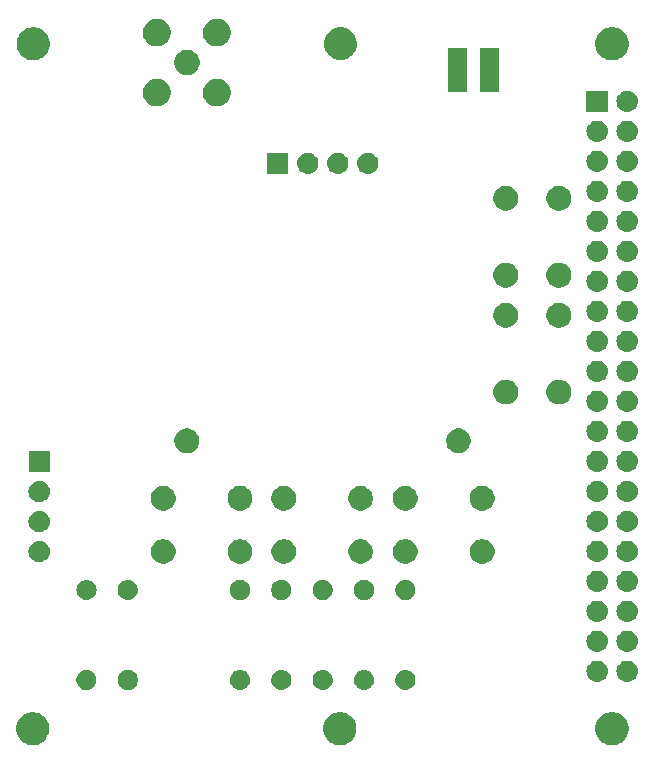
<source format=gts>
G04 #@! TF.GenerationSoftware,KiCad,Pcbnew,(5.0.2)-1*
G04 #@! TF.CreationDate,2019-12-29T11:54:00+01:00*
G04 #@! TF.ProjectId,LoRaAPRS-GW-RPI_V20,4c6f5261-4150-4525-932d-47572d525049,rev?*
G04 #@! TF.SameCoordinates,Original*
G04 #@! TF.FileFunction,Soldermask,Top*
G04 #@! TF.FilePolarity,Negative*
%FSLAX46Y46*%
G04 Gerber Fmt 4.6, Leading zero omitted, Abs format (unit mm)*
G04 Created by KiCad (PCBNEW (5.0.2)-1) date 29.12.2019 11:54:00*
%MOMM*%
%LPD*%
G01*
G04 APERTURE LIST*
%ADD10C,0.100000*%
G04 APERTURE END LIST*
D10*
G36*
X83221233Y-151325893D02*
X83311457Y-151343839D01*
X83417067Y-151387585D01*
X83566421Y-151449449D01*
X83795889Y-151602774D01*
X83991026Y-151797911D01*
X84144351Y-152027379D01*
X84249961Y-152282344D01*
X84303800Y-152553012D01*
X84303800Y-152828988D01*
X84249961Y-153099656D01*
X84144351Y-153354621D01*
X83991026Y-153584089D01*
X83795889Y-153779226D01*
X83566421Y-153932551D01*
X83417067Y-153994415D01*
X83311457Y-154038161D01*
X83221233Y-154056107D01*
X83040788Y-154092000D01*
X82764812Y-154092000D01*
X82584367Y-154056107D01*
X82494143Y-154038161D01*
X82388533Y-153994415D01*
X82239179Y-153932551D01*
X82009711Y-153779226D01*
X81814574Y-153584089D01*
X81661249Y-153354621D01*
X81555639Y-153099656D01*
X81501800Y-152828988D01*
X81501800Y-152553012D01*
X81555639Y-152282344D01*
X81661249Y-152027379D01*
X81814574Y-151797911D01*
X82009711Y-151602774D01*
X82239179Y-151449449D01*
X82388533Y-151387585D01*
X82494143Y-151343839D01*
X82584367Y-151325893D01*
X82764812Y-151290000D01*
X83040788Y-151290000D01*
X83221233Y-151325893D01*
X83221233Y-151325893D01*
G37*
G36*
X109227433Y-151325893D02*
X109317657Y-151343839D01*
X109423267Y-151387585D01*
X109572621Y-151449449D01*
X109802089Y-151602774D01*
X109997226Y-151797911D01*
X110150551Y-152027379D01*
X110256161Y-152282344D01*
X110310000Y-152553012D01*
X110310000Y-152828988D01*
X110256161Y-153099656D01*
X110150551Y-153354621D01*
X109997226Y-153584089D01*
X109802089Y-153779226D01*
X109572621Y-153932551D01*
X109423267Y-153994415D01*
X109317657Y-154038161D01*
X109227433Y-154056107D01*
X109046988Y-154092000D01*
X108771012Y-154092000D01*
X108590567Y-154056107D01*
X108500343Y-154038161D01*
X108394733Y-153994415D01*
X108245379Y-153932551D01*
X108015911Y-153779226D01*
X107820774Y-153584089D01*
X107667449Y-153354621D01*
X107561839Y-153099656D01*
X107508000Y-152828988D01*
X107508000Y-152553012D01*
X107561839Y-152282344D01*
X107667449Y-152027379D01*
X107820774Y-151797911D01*
X108015911Y-151602774D01*
X108245379Y-151449449D01*
X108394733Y-151387585D01*
X108500343Y-151343839D01*
X108590567Y-151325893D01*
X108771012Y-151290000D01*
X109046988Y-151290000D01*
X109227433Y-151325893D01*
X109227433Y-151325893D01*
G37*
G36*
X132268433Y-151325893D02*
X132358657Y-151343839D01*
X132464267Y-151387585D01*
X132613621Y-151449449D01*
X132843089Y-151602774D01*
X133038226Y-151797911D01*
X133191551Y-152027379D01*
X133297161Y-152282344D01*
X133351000Y-152553012D01*
X133351000Y-152828988D01*
X133297161Y-153099656D01*
X133191551Y-153354621D01*
X133038226Y-153584089D01*
X132843089Y-153779226D01*
X132613621Y-153932551D01*
X132464267Y-153994415D01*
X132358657Y-154038161D01*
X132268433Y-154056107D01*
X132087988Y-154092000D01*
X131812012Y-154092000D01*
X131631567Y-154056107D01*
X131541343Y-154038161D01*
X131435733Y-153994415D01*
X131286379Y-153932551D01*
X131056911Y-153779226D01*
X130861774Y-153584089D01*
X130708449Y-153354621D01*
X130602839Y-153099656D01*
X130549000Y-152828988D01*
X130549000Y-152553012D01*
X130602839Y-152282344D01*
X130708449Y-152027379D01*
X130861774Y-151797911D01*
X131056911Y-151602774D01*
X131286379Y-151449449D01*
X131435733Y-151387585D01*
X131541343Y-151343839D01*
X131631567Y-151325893D01*
X131812012Y-151290000D01*
X132087988Y-151290000D01*
X132268433Y-151325893D01*
X132268433Y-151325893D01*
G37*
G36*
X91198228Y-147742703D02*
X91353100Y-147806853D01*
X91492481Y-147899985D01*
X91611015Y-148018519D01*
X91704147Y-148157900D01*
X91768297Y-148312772D01*
X91801000Y-148477184D01*
X91801000Y-148644816D01*
X91768297Y-148809228D01*
X91704147Y-148964100D01*
X91611015Y-149103481D01*
X91492481Y-149222015D01*
X91353100Y-149315147D01*
X91198228Y-149379297D01*
X91033816Y-149412000D01*
X90866184Y-149412000D01*
X90701772Y-149379297D01*
X90546900Y-149315147D01*
X90407519Y-149222015D01*
X90288985Y-149103481D01*
X90195853Y-148964100D01*
X90131703Y-148809228D01*
X90099000Y-148644816D01*
X90099000Y-148477184D01*
X90131703Y-148312772D01*
X90195853Y-148157900D01*
X90288985Y-148018519D01*
X90407519Y-147899985D01*
X90546900Y-147806853D01*
X90701772Y-147742703D01*
X90866184Y-147710000D01*
X91033816Y-147710000D01*
X91198228Y-147742703D01*
X91198228Y-147742703D01*
G37*
G36*
X87698228Y-147742703D02*
X87853100Y-147806853D01*
X87992481Y-147899985D01*
X88111015Y-148018519D01*
X88204147Y-148157900D01*
X88268297Y-148312772D01*
X88301000Y-148477184D01*
X88301000Y-148644816D01*
X88268297Y-148809228D01*
X88204147Y-148964100D01*
X88111015Y-149103481D01*
X87992481Y-149222015D01*
X87853100Y-149315147D01*
X87698228Y-149379297D01*
X87533816Y-149412000D01*
X87366184Y-149412000D01*
X87201772Y-149379297D01*
X87046900Y-149315147D01*
X86907519Y-149222015D01*
X86788985Y-149103481D01*
X86695853Y-148964100D01*
X86631703Y-148809228D01*
X86599000Y-148644816D01*
X86599000Y-148477184D01*
X86631703Y-148312772D01*
X86695853Y-148157900D01*
X86788985Y-148018519D01*
X86907519Y-147899985D01*
X87046900Y-147806853D01*
X87201772Y-147742703D01*
X87366184Y-147710000D01*
X87533816Y-147710000D01*
X87698228Y-147742703D01*
X87698228Y-147742703D01*
G37*
G36*
X107616821Y-147722313D02*
X107616824Y-147722314D01*
X107616825Y-147722314D01*
X107777239Y-147770975D01*
X107777241Y-147770976D01*
X107777244Y-147770977D01*
X107925078Y-147849995D01*
X108054659Y-147956341D01*
X108161005Y-148085922D01*
X108240023Y-148233756D01*
X108240024Y-148233759D01*
X108240025Y-148233761D01*
X108271060Y-148336071D01*
X108288687Y-148394179D01*
X108305117Y-148561000D01*
X108288687Y-148727821D01*
X108288686Y-148727824D01*
X108288686Y-148727825D01*
X108263993Y-148809228D01*
X108240023Y-148888244D01*
X108161005Y-149036078D01*
X108054659Y-149165659D01*
X107925078Y-149272005D01*
X107777244Y-149351023D01*
X107777241Y-149351024D01*
X107777239Y-149351025D01*
X107616825Y-149399686D01*
X107616824Y-149399686D01*
X107616821Y-149399687D01*
X107491804Y-149412000D01*
X107408196Y-149412000D01*
X107283179Y-149399687D01*
X107283176Y-149399686D01*
X107283175Y-149399686D01*
X107122761Y-149351025D01*
X107122759Y-149351024D01*
X107122756Y-149351023D01*
X106974922Y-149272005D01*
X106845341Y-149165659D01*
X106738995Y-149036078D01*
X106659977Y-148888244D01*
X106636008Y-148809228D01*
X106611314Y-148727825D01*
X106611314Y-148727824D01*
X106611313Y-148727821D01*
X106594883Y-148561000D01*
X106611313Y-148394179D01*
X106628940Y-148336071D01*
X106659975Y-148233761D01*
X106659976Y-148233759D01*
X106659977Y-148233756D01*
X106738995Y-148085922D01*
X106845341Y-147956341D01*
X106974922Y-147849995D01*
X107122756Y-147770977D01*
X107122759Y-147770976D01*
X107122761Y-147770975D01*
X107283175Y-147722314D01*
X107283176Y-147722314D01*
X107283179Y-147722313D01*
X107408196Y-147710000D01*
X107491804Y-147710000D01*
X107616821Y-147722313D01*
X107616821Y-147722313D01*
G37*
G36*
X100616821Y-147722313D02*
X100616824Y-147722314D01*
X100616825Y-147722314D01*
X100777239Y-147770975D01*
X100777241Y-147770976D01*
X100777244Y-147770977D01*
X100925078Y-147849995D01*
X101054659Y-147956341D01*
X101161005Y-148085922D01*
X101240023Y-148233756D01*
X101240024Y-148233759D01*
X101240025Y-148233761D01*
X101271060Y-148336071D01*
X101288687Y-148394179D01*
X101305117Y-148561000D01*
X101288687Y-148727821D01*
X101288686Y-148727824D01*
X101288686Y-148727825D01*
X101263993Y-148809228D01*
X101240023Y-148888244D01*
X101161005Y-149036078D01*
X101054659Y-149165659D01*
X100925078Y-149272005D01*
X100777244Y-149351023D01*
X100777241Y-149351024D01*
X100777239Y-149351025D01*
X100616825Y-149399686D01*
X100616824Y-149399686D01*
X100616821Y-149399687D01*
X100491804Y-149412000D01*
X100408196Y-149412000D01*
X100283179Y-149399687D01*
X100283176Y-149399686D01*
X100283175Y-149399686D01*
X100122761Y-149351025D01*
X100122759Y-149351024D01*
X100122756Y-149351023D01*
X99974922Y-149272005D01*
X99845341Y-149165659D01*
X99738995Y-149036078D01*
X99659977Y-148888244D01*
X99636008Y-148809228D01*
X99611314Y-148727825D01*
X99611314Y-148727824D01*
X99611313Y-148727821D01*
X99594883Y-148561000D01*
X99611313Y-148394179D01*
X99628940Y-148336071D01*
X99659975Y-148233761D01*
X99659976Y-148233759D01*
X99659977Y-148233756D01*
X99738995Y-148085922D01*
X99845341Y-147956341D01*
X99974922Y-147849995D01*
X100122756Y-147770977D01*
X100122759Y-147770976D01*
X100122761Y-147770975D01*
X100283175Y-147722314D01*
X100283176Y-147722314D01*
X100283179Y-147722313D01*
X100408196Y-147710000D01*
X100491804Y-147710000D01*
X100616821Y-147722313D01*
X100616821Y-147722313D01*
G37*
G36*
X114616821Y-147722313D02*
X114616824Y-147722314D01*
X114616825Y-147722314D01*
X114777239Y-147770975D01*
X114777241Y-147770976D01*
X114777244Y-147770977D01*
X114925078Y-147849995D01*
X115054659Y-147956341D01*
X115161005Y-148085922D01*
X115240023Y-148233756D01*
X115240024Y-148233759D01*
X115240025Y-148233761D01*
X115271060Y-148336071D01*
X115288687Y-148394179D01*
X115305117Y-148561000D01*
X115288687Y-148727821D01*
X115288686Y-148727824D01*
X115288686Y-148727825D01*
X115263993Y-148809228D01*
X115240023Y-148888244D01*
X115161005Y-149036078D01*
X115054659Y-149165659D01*
X114925078Y-149272005D01*
X114777244Y-149351023D01*
X114777241Y-149351024D01*
X114777239Y-149351025D01*
X114616825Y-149399686D01*
X114616824Y-149399686D01*
X114616821Y-149399687D01*
X114491804Y-149412000D01*
X114408196Y-149412000D01*
X114283179Y-149399687D01*
X114283176Y-149399686D01*
X114283175Y-149399686D01*
X114122761Y-149351025D01*
X114122759Y-149351024D01*
X114122756Y-149351023D01*
X113974922Y-149272005D01*
X113845341Y-149165659D01*
X113738995Y-149036078D01*
X113659977Y-148888244D01*
X113636008Y-148809228D01*
X113611314Y-148727825D01*
X113611314Y-148727824D01*
X113611313Y-148727821D01*
X113594883Y-148561000D01*
X113611313Y-148394179D01*
X113628940Y-148336071D01*
X113659975Y-148233761D01*
X113659976Y-148233759D01*
X113659977Y-148233756D01*
X113738995Y-148085922D01*
X113845341Y-147956341D01*
X113974922Y-147849995D01*
X114122756Y-147770977D01*
X114122759Y-147770976D01*
X114122761Y-147770975D01*
X114283175Y-147722314D01*
X114283176Y-147722314D01*
X114283179Y-147722313D01*
X114408196Y-147710000D01*
X114491804Y-147710000D01*
X114616821Y-147722313D01*
X114616821Y-147722313D01*
G37*
G36*
X111116821Y-147722313D02*
X111116824Y-147722314D01*
X111116825Y-147722314D01*
X111277239Y-147770975D01*
X111277241Y-147770976D01*
X111277244Y-147770977D01*
X111425078Y-147849995D01*
X111554659Y-147956341D01*
X111661005Y-148085922D01*
X111740023Y-148233756D01*
X111740024Y-148233759D01*
X111740025Y-148233761D01*
X111771060Y-148336071D01*
X111788687Y-148394179D01*
X111805117Y-148561000D01*
X111788687Y-148727821D01*
X111788686Y-148727824D01*
X111788686Y-148727825D01*
X111763993Y-148809228D01*
X111740023Y-148888244D01*
X111661005Y-149036078D01*
X111554659Y-149165659D01*
X111425078Y-149272005D01*
X111277244Y-149351023D01*
X111277241Y-149351024D01*
X111277239Y-149351025D01*
X111116825Y-149399686D01*
X111116824Y-149399686D01*
X111116821Y-149399687D01*
X110991804Y-149412000D01*
X110908196Y-149412000D01*
X110783179Y-149399687D01*
X110783176Y-149399686D01*
X110783175Y-149399686D01*
X110622761Y-149351025D01*
X110622759Y-149351024D01*
X110622756Y-149351023D01*
X110474922Y-149272005D01*
X110345341Y-149165659D01*
X110238995Y-149036078D01*
X110159977Y-148888244D01*
X110136008Y-148809228D01*
X110111314Y-148727825D01*
X110111314Y-148727824D01*
X110111313Y-148727821D01*
X110094883Y-148561000D01*
X110111313Y-148394179D01*
X110128940Y-148336071D01*
X110159975Y-148233761D01*
X110159976Y-148233759D01*
X110159977Y-148233756D01*
X110238995Y-148085922D01*
X110345341Y-147956341D01*
X110474922Y-147849995D01*
X110622756Y-147770977D01*
X110622759Y-147770976D01*
X110622761Y-147770975D01*
X110783175Y-147722314D01*
X110783176Y-147722314D01*
X110783179Y-147722313D01*
X110908196Y-147710000D01*
X110991804Y-147710000D01*
X111116821Y-147722313D01*
X111116821Y-147722313D01*
G37*
G36*
X104116821Y-147722313D02*
X104116824Y-147722314D01*
X104116825Y-147722314D01*
X104277239Y-147770975D01*
X104277241Y-147770976D01*
X104277244Y-147770977D01*
X104425078Y-147849995D01*
X104554659Y-147956341D01*
X104661005Y-148085922D01*
X104740023Y-148233756D01*
X104740024Y-148233759D01*
X104740025Y-148233761D01*
X104771060Y-148336071D01*
X104788687Y-148394179D01*
X104805117Y-148561000D01*
X104788687Y-148727821D01*
X104788686Y-148727824D01*
X104788686Y-148727825D01*
X104763993Y-148809228D01*
X104740023Y-148888244D01*
X104661005Y-149036078D01*
X104554659Y-149165659D01*
X104425078Y-149272005D01*
X104277244Y-149351023D01*
X104277241Y-149351024D01*
X104277239Y-149351025D01*
X104116825Y-149399686D01*
X104116824Y-149399686D01*
X104116821Y-149399687D01*
X103991804Y-149412000D01*
X103908196Y-149412000D01*
X103783179Y-149399687D01*
X103783176Y-149399686D01*
X103783175Y-149399686D01*
X103622761Y-149351025D01*
X103622759Y-149351024D01*
X103622756Y-149351023D01*
X103474922Y-149272005D01*
X103345341Y-149165659D01*
X103238995Y-149036078D01*
X103159977Y-148888244D01*
X103136008Y-148809228D01*
X103111314Y-148727825D01*
X103111314Y-148727824D01*
X103111313Y-148727821D01*
X103094883Y-148561000D01*
X103111313Y-148394179D01*
X103128940Y-148336071D01*
X103159975Y-148233761D01*
X103159976Y-148233759D01*
X103159977Y-148233756D01*
X103238995Y-148085922D01*
X103345341Y-147956341D01*
X103474922Y-147849995D01*
X103622756Y-147770977D01*
X103622759Y-147770976D01*
X103622761Y-147770975D01*
X103783175Y-147722314D01*
X103783176Y-147722314D01*
X103783179Y-147722313D01*
X103908196Y-147710000D01*
X103991804Y-147710000D01*
X104116821Y-147722313D01*
X104116821Y-147722313D01*
G37*
G36*
X130798122Y-146938598D02*
X130864307Y-146945117D01*
X130977533Y-146979464D01*
X131034147Y-146996637D01*
X131172767Y-147070732D01*
X131190671Y-147080302D01*
X131226409Y-147109632D01*
X131327866Y-147192894D01*
X131411128Y-147294351D01*
X131440458Y-147330089D01*
X131440459Y-147330091D01*
X131524123Y-147486613D01*
X131524123Y-147486614D01*
X131575643Y-147656453D01*
X131593039Y-147833080D01*
X131575643Y-148009707D01*
X131552523Y-148085922D01*
X131524123Y-148179547D01*
X131452912Y-148312772D01*
X131440458Y-148336071D01*
X131411128Y-148371809D01*
X131327866Y-148473266D01*
X131226409Y-148556528D01*
X131190671Y-148585858D01*
X131190669Y-148585859D01*
X131034147Y-148669523D01*
X130977533Y-148686696D01*
X130864307Y-148721043D01*
X130798122Y-148727562D01*
X130731940Y-148734080D01*
X130643420Y-148734080D01*
X130577238Y-148727562D01*
X130511053Y-148721043D01*
X130397827Y-148686696D01*
X130341213Y-148669523D01*
X130184691Y-148585859D01*
X130184689Y-148585858D01*
X130148951Y-148556528D01*
X130047494Y-148473266D01*
X129964232Y-148371809D01*
X129934902Y-148336071D01*
X129922448Y-148312772D01*
X129851237Y-148179547D01*
X129822837Y-148085922D01*
X129799717Y-148009707D01*
X129782321Y-147833080D01*
X129799717Y-147656453D01*
X129851237Y-147486614D01*
X129851237Y-147486613D01*
X129934901Y-147330091D01*
X129934902Y-147330089D01*
X129964232Y-147294351D01*
X130047494Y-147192894D01*
X130148951Y-147109632D01*
X130184689Y-147080302D01*
X130202593Y-147070732D01*
X130341213Y-146996637D01*
X130397827Y-146979464D01*
X130511053Y-146945117D01*
X130577238Y-146938598D01*
X130643420Y-146932080D01*
X130731940Y-146932080D01*
X130798122Y-146938598D01*
X130798122Y-146938598D01*
G37*
G36*
X133338122Y-146938598D02*
X133404307Y-146945117D01*
X133517533Y-146979464D01*
X133574147Y-146996637D01*
X133712767Y-147070732D01*
X133730671Y-147080302D01*
X133766409Y-147109632D01*
X133867866Y-147192894D01*
X133951128Y-147294351D01*
X133980458Y-147330089D01*
X133980459Y-147330091D01*
X134064123Y-147486613D01*
X134064123Y-147486614D01*
X134115643Y-147656453D01*
X134133039Y-147833080D01*
X134115643Y-148009707D01*
X134092523Y-148085922D01*
X134064123Y-148179547D01*
X133992912Y-148312772D01*
X133980458Y-148336071D01*
X133951128Y-148371809D01*
X133867866Y-148473266D01*
X133766409Y-148556528D01*
X133730671Y-148585858D01*
X133730669Y-148585859D01*
X133574147Y-148669523D01*
X133517533Y-148686696D01*
X133404307Y-148721043D01*
X133338122Y-148727562D01*
X133271940Y-148734080D01*
X133183420Y-148734080D01*
X133117238Y-148727562D01*
X133051053Y-148721043D01*
X132937827Y-148686696D01*
X132881213Y-148669523D01*
X132724691Y-148585859D01*
X132724689Y-148585858D01*
X132688951Y-148556528D01*
X132587494Y-148473266D01*
X132504232Y-148371809D01*
X132474902Y-148336071D01*
X132462448Y-148312772D01*
X132391237Y-148179547D01*
X132362837Y-148085922D01*
X132339717Y-148009707D01*
X132322321Y-147833080D01*
X132339717Y-147656453D01*
X132391237Y-147486614D01*
X132391237Y-147486613D01*
X132474901Y-147330091D01*
X132474902Y-147330089D01*
X132504232Y-147294351D01*
X132587494Y-147192894D01*
X132688951Y-147109632D01*
X132724689Y-147080302D01*
X132742593Y-147070732D01*
X132881213Y-146996637D01*
X132937827Y-146979464D01*
X133051053Y-146945117D01*
X133117238Y-146938598D01*
X133183420Y-146932080D01*
X133271940Y-146932080D01*
X133338122Y-146938598D01*
X133338122Y-146938598D01*
G37*
G36*
X133338123Y-144398599D02*
X133404307Y-144405117D01*
X133517533Y-144439464D01*
X133574147Y-144456637D01*
X133712767Y-144530732D01*
X133730671Y-144540302D01*
X133766409Y-144569632D01*
X133867866Y-144652894D01*
X133951128Y-144754351D01*
X133980458Y-144790089D01*
X133980459Y-144790091D01*
X134064123Y-144946613D01*
X134064123Y-144946614D01*
X134115643Y-145116453D01*
X134133039Y-145293080D01*
X134115643Y-145469707D01*
X134081296Y-145582933D01*
X134064123Y-145639547D01*
X133990028Y-145778167D01*
X133980458Y-145796071D01*
X133951128Y-145831809D01*
X133867866Y-145933266D01*
X133766409Y-146016528D01*
X133730671Y-146045858D01*
X133730669Y-146045859D01*
X133574147Y-146129523D01*
X133517533Y-146146696D01*
X133404307Y-146181043D01*
X133338122Y-146187562D01*
X133271940Y-146194080D01*
X133183420Y-146194080D01*
X133117238Y-146187562D01*
X133051053Y-146181043D01*
X132937827Y-146146696D01*
X132881213Y-146129523D01*
X132724691Y-146045859D01*
X132724689Y-146045858D01*
X132688951Y-146016528D01*
X132587494Y-145933266D01*
X132504232Y-145831809D01*
X132474902Y-145796071D01*
X132465332Y-145778167D01*
X132391237Y-145639547D01*
X132374064Y-145582933D01*
X132339717Y-145469707D01*
X132322321Y-145293080D01*
X132339717Y-145116453D01*
X132391237Y-144946614D01*
X132391237Y-144946613D01*
X132474901Y-144790091D01*
X132474902Y-144790089D01*
X132504232Y-144754351D01*
X132587494Y-144652894D01*
X132688951Y-144569632D01*
X132724689Y-144540302D01*
X132742593Y-144530732D01*
X132881213Y-144456637D01*
X132937827Y-144439464D01*
X133051053Y-144405117D01*
X133117237Y-144398599D01*
X133183420Y-144392080D01*
X133271940Y-144392080D01*
X133338123Y-144398599D01*
X133338123Y-144398599D01*
G37*
G36*
X130798123Y-144398599D02*
X130864307Y-144405117D01*
X130977533Y-144439464D01*
X131034147Y-144456637D01*
X131172767Y-144530732D01*
X131190671Y-144540302D01*
X131226409Y-144569632D01*
X131327866Y-144652894D01*
X131411128Y-144754351D01*
X131440458Y-144790089D01*
X131440459Y-144790091D01*
X131524123Y-144946613D01*
X131524123Y-144946614D01*
X131575643Y-145116453D01*
X131593039Y-145293080D01*
X131575643Y-145469707D01*
X131541296Y-145582933D01*
X131524123Y-145639547D01*
X131450028Y-145778167D01*
X131440458Y-145796071D01*
X131411128Y-145831809D01*
X131327866Y-145933266D01*
X131226409Y-146016528D01*
X131190671Y-146045858D01*
X131190669Y-146045859D01*
X131034147Y-146129523D01*
X130977533Y-146146696D01*
X130864307Y-146181043D01*
X130798122Y-146187562D01*
X130731940Y-146194080D01*
X130643420Y-146194080D01*
X130577238Y-146187562D01*
X130511053Y-146181043D01*
X130397827Y-146146696D01*
X130341213Y-146129523D01*
X130184691Y-146045859D01*
X130184689Y-146045858D01*
X130148951Y-146016528D01*
X130047494Y-145933266D01*
X129964232Y-145831809D01*
X129934902Y-145796071D01*
X129925332Y-145778167D01*
X129851237Y-145639547D01*
X129834064Y-145582933D01*
X129799717Y-145469707D01*
X129782321Y-145293080D01*
X129799717Y-145116453D01*
X129851237Y-144946614D01*
X129851237Y-144946613D01*
X129934901Y-144790091D01*
X129934902Y-144790089D01*
X129964232Y-144754351D01*
X130047494Y-144652894D01*
X130148951Y-144569632D01*
X130184689Y-144540302D01*
X130202593Y-144530732D01*
X130341213Y-144456637D01*
X130397827Y-144439464D01*
X130511053Y-144405117D01*
X130577237Y-144398599D01*
X130643420Y-144392080D01*
X130731940Y-144392080D01*
X130798123Y-144398599D01*
X130798123Y-144398599D01*
G37*
G36*
X130798123Y-141858599D02*
X130864307Y-141865117D01*
X130977533Y-141899464D01*
X131034147Y-141916637D01*
X131172767Y-141990732D01*
X131190671Y-142000302D01*
X131226409Y-142029632D01*
X131327866Y-142112894D01*
X131411128Y-142214351D01*
X131440458Y-142250089D01*
X131440459Y-142250091D01*
X131524123Y-142406613D01*
X131524123Y-142406614D01*
X131575643Y-142576453D01*
X131593039Y-142753080D01*
X131575643Y-142929707D01*
X131541296Y-143042933D01*
X131524123Y-143099547D01*
X131450028Y-143238167D01*
X131440458Y-143256071D01*
X131411128Y-143291809D01*
X131327866Y-143393266D01*
X131226409Y-143476528D01*
X131190671Y-143505858D01*
X131190669Y-143505859D01*
X131034147Y-143589523D01*
X130977533Y-143606696D01*
X130864307Y-143641043D01*
X130798123Y-143647561D01*
X130731940Y-143654080D01*
X130643420Y-143654080D01*
X130577237Y-143647561D01*
X130511053Y-143641043D01*
X130397827Y-143606696D01*
X130341213Y-143589523D01*
X130184691Y-143505859D01*
X130184689Y-143505858D01*
X130148951Y-143476528D01*
X130047494Y-143393266D01*
X129964232Y-143291809D01*
X129934902Y-143256071D01*
X129925332Y-143238167D01*
X129851237Y-143099547D01*
X129834064Y-143042933D01*
X129799717Y-142929707D01*
X129782321Y-142753080D01*
X129799717Y-142576453D01*
X129851237Y-142406614D01*
X129851237Y-142406613D01*
X129934901Y-142250091D01*
X129934902Y-142250089D01*
X129964232Y-142214351D01*
X130047494Y-142112894D01*
X130148951Y-142029632D01*
X130184689Y-142000302D01*
X130202593Y-141990732D01*
X130341213Y-141916637D01*
X130397827Y-141899464D01*
X130511053Y-141865117D01*
X130577237Y-141858599D01*
X130643420Y-141852080D01*
X130731940Y-141852080D01*
X130798123Y-141858599D01*
X130798123Y-141858599D01*
G37*
G36*
X133338123Y-141858599D02*
X133404307Y-141865117D01*
X133517533Y-141899464D01*
X133574147Y-141916637D01*
X133712767Y-141990732D01*
X133730671Y-142000302D01*
X133766409Y-142029632D01*
X133867866Y-142112894D01*
X133951128Y-142214351D01*
X133980458Y-142250089D01*
X133980459Y-142250091D01*
X134064123Y-142406613D01*
X134064123Y-142406614D01*
X134115643Y-142576453D01*
X134133039Y-142753080D01*
X134115643Y-142929707D01*
X134081296Y-143042933D01*
X134064123Y-143099547D01*
X133990028Y-143238167D01*
X133980458Y-143256071D01*
X133951128Y-143291809D01*
X133867866Y-143393266D01*
X133766409Y-143476528D01*
X133730671Y-143505858D01*
X133730669Y-143505859D01*
X133574147Y-143589523D01*
X133517533Y-143606696D01*
X133404307Y-143641043D01*
X133338123Y-143647561D01*
X133271940Y-143654080D01*
X133183420Y-143654080D01*
X133117237Y-143647561D01*
X133051053Y-143641043D01*
X132937827Y-143606696D01*
X132881213Y-143589523D01*
X132724691Y-143505859D01*
X132724689Y-143505858D01*
X132688951Y-143476528D01*
X132587494Y-143393266D01*
X132504232Y-143291809D01*
X132474902Y-143256071D01*
X132465332Y-143238167D01*
X132391237Y-143099547D01*
X132374064Y-143042933D01*
X132339717Y-142929707D01*
X132322321Y-142753080D01*
X132339717Y-142576453D01*
X132391237Y-142406614D01*
X132391237Y-142406613D01*
X132474901Y-142250091D01*
X132474902Y-142250089D01*
X132504232Y-142214351D01*
X132587494Y-142112894D01*
X132688951Y-142029632D01*
X132724689Y-142000302D01*
X132742593Y-141990732D01*
X132881213Y-141916637D01*
X132937827Y-141899464D01*
X133051053Y-141865117D01*
X133117237Y-141858599D01*
X133183420Y-141852080D01*
X133271940Y-141852080D01*
X133338123Y-141858599D01*
X133338123Y-141858599D01*
G37*
G36*
X91116821Y-140102313D02*
X91116824Y-140102314D01*
X91116825Y-140102314D01*
X91277239Y-140150975D01*
X91277241Y-140150976D01*
X91277244Y-140150977D01*
X91425078Y-140229995D01*
X91554659Y-140336341D01*
X91661005Y-140465922D01*
X91740023Y-140613756D01*
X91740024Y-140613759D01*
X91740025Y-140613761D01*
X91771060Y-140716071D01*
X91788687Y-140774179D01*
X91805117Y-140941000D01*
X91788687Y-141107821D01*
X91788686Y-141107824D01*
X91788686Y-141107825D01*
X91763993Y-141189228D01*
X91740023Y-141268244D01*
X91661005Y-141416078D01*
X91554659Y-141545659D01*
X91425078Y-141652005D01*
X91277244Y-141731023D01*
X91277241Y-141731024D01*
X91277239Y-141731025D01*
X91116825Y-141779686D01*
X91116824Y-141779686D01*
X91116821Y-141779687D01*
X90991804Y-141792000D01*
X90908196Y-141792000D01*
X90783179Y-141779687D01*
X90783176Y-141779686D01*
X90783175Y-141779686D01*
X90622761Y-141731025D01*
X90622759Y-141731024D01*
X90622756Y-141731023D01*
X90474922Y-141652005D01*
X90345341Y-141545659D01*
X90238995Y-141416078D01*
X90159977Y-141268244D01*
X90136008Y-141189228D01*
X90111314Y-141107825D01*
X90111314Y-141107824D01*
X90111313Y-141107821D01*
X90094883Y-140941000D01*
X90111313Y-140774179D01*
X90128940Y-140716071D01*
X90159975Y-140613761D01*
X90159976Y-140613759D01*
X90159977Y-140613756D01*
X90238995Y-140465922D01*
X90345341Y-140336341D01*
X90474922Y-140229995D01*
X90622756Y-140150977D01*
X90622759Y-140150976D01*
X90622761Y-140150975D01*
X90783175Y-140102314D01*
X90783176Y-140102314D01*
X90783179Y-140102313D01*
X90908196Y-140090000D01*
X90991804Y-140090000D01*
X91116821Y-140102313D01*
X91116821Y-140102313D01*
G37*
G36*
X111198228Y-140122703D02*
X111353100Y-140186853D01*
X111492481Y-140279985D01*
X111611015Y-140398519D01*
X111704147Y-140537900D01*
X111768297Y-140692772D01*
X111801000Y-140857184D01*
X111801000Y-141024816D01*
X111768297Y-141189228D01*
X111704147Y-141344100D01*
X111611015Y-141483481D01*
X111492481Y-141602015D01*
X111353100Y-141695147D01*
X111198228Y-141759297D01*
X111033816Y-141792000D01*
X110866184Y-141792000D01*
X110701772Y-141759297D01*
X110546900Y-141695147D01*
X110407519Y-141602015D01*
X110288985Y-141483481D01*
X110195853Y-141344100D01*
X110131703Y-141189228D01*
X110099000Y-141024816D01*
X110099000Y-140857184D01*
X110131703Y-140692772D01*
X110195853Y-140537900D01*
X110288985Y-140398519D01*
X110407519Y-140279985D01*
X110546900Y-140186853D01*
X110701772Y-140122703D01*
X110866184Y-140090000D01*
X111033816Y-140090000D01*
X111198228Y-140122703D01*
X111198228Y-140122703D01*
G37*
G36*
X114698228Y-140122703D02*
X114853100Y-140186853D01*
X114992481Y-140279985D01*
X115111015Y-140398519D01*
X115204147Y-140537900D01*
X115268297Y-140692772D01*
X115301000Y-140857184D01*
X115301000Y-141024816D01*
X115268297Y-141189228D01*
X115204147Y-141344100D01*
X115111015Y-141483481D01*
X114992481Y-141602015D01*
X114853100Y-141695147D01*
X114698228Y-141759297D01*
X114533816Y-141792000D01*
X114366184Y-141792000D01*
X114201772Y-141759297D01*
X114046900Y-141695147D01*
X113907519Y-141602015D01*
X113788985Y-141483481D01*
X113695853Y-141344100D01*
X113631703Y-141189228D01*
X113599000Y-141024816D01*
X113599000Y-140857184D01*
X113631703Y-140692772D01*
X113695853Y-140537900D01*
X113788985Y-140398519D01*
X113907519Y-140279985D01*
X114046900Y-140186853D01*
X114201772Y-140122703D01*
X114366184Y-140090000D01*
X114533816Y-140090000D01*
X114698228Y-140122703D01*
X114698228Y-140122703D01*
G37*
G36*
X104198228Y-140122703D02*
X104353100Y-140186853D01*
X104492481Y-140279985D01*
X104611015Y-140398519D01*
X104704147Y-140537900D01*
X104768297Y-140692772D01*
X104801000Y-140857184D01*
X104801000Y-141024816D01*
X104768297Y-141189228D01*
X104704147Y-141344100D01*
X104611015Y-141483481D01*
X104492481Y-141602015D01*
X104353100Y-141695147D01*
X104198228Y-141759297D01*
X104033816Y-141792000D01*
X103866184Y-141792000D01*
X103701772Y-141759297D01*
X103546900Y-141695147D01*
X103407519Y-141602015D01*
X103288985Y-141483481D01*
X103195853Y-141344100D01*
X103131703Y-141189228D01*
X103099000Y-141024816D01*
X103099000Y-140857184D01*
X103131703Y-140692772D01*
X103195853Y-140537900D01*
X103288985Y-140398519D01*
X103407519Y-140279985D01*
X103546900Y-140186853D01*
X103701772Y-140122703D01*
X103866184Y-140090000D01*
X104033816Y-140090000D01*
X104198228Y-140122703D01*
X104198228Y-140122703D01*
G37*
G36*
X107698228Y-140122703D02*
X107853100Y-140186853D01*
X107992481Y-140279985D01*
X108111015Y-140398519D01*
X108204147Y-140537900D01*
X108268297Y-140692772D01*
X108301000Y-140857184D01*
X108301000Y-141024816D01*
X108268297Y-141189228D01*
X108204147Y-141344100D01*
X108111015Y-141483481D01*
X107992481Y-141602015D01*
X107853100Y-141695147D01*
X107698228Y-141759297D01*
X107533816Y-141792000D01*
X107366184Y-141792000D01*
X107201772Y-141759297D01*
X107046900Y-141695147D01*
X106907519Y-141602015D01*
X106788985Y-141483481D01*
X106695853Y-141344100D01*
X106631703Y-141189228D01*
X106599000Y-141024816D01*
X106599000Y-140857184D01*
X106631703Y-140692772D01*
X106695853Y-140537900D01*
X106788985Y-140398519D01*
X106907519Y-140279985D01*
X107046900Y-140186853D01*
X107201772Y-140122703D01*
X107366184Y-140090000D01*
X107533816Y-140090000D01*
X107698228Y-140122703D01*
X107698228Y-140122703D01*
G37*
G36*
X100698228Y-140122703D02*
X100853100Y-140186853D01*
X100992481Y-140279985D01*
X101111015Y-140398519D01*
X101204147Y-140537900D01*
X101268297Y-140692772D01*
X101301000Y-140857184D01*
X101301000Y-141024816D01*
X101268297Y-141189228D01*
X101204147Y-141344100D01*
X101111015Y-141483481D01*
X100992481Y-141602015D01*
X100853100Y-141695147D01*
X100698228Y-141759297D01*
X100533816Y-141792000D01*
X100366184Y-141792000D01*
X100201772Y-141759297D01*
X100046900Y-141695147D01*
X99907519Y-141602015D01*
X99788985Y-141483481D01*
X99695853Y-141344100D01*
X99631703Y-141189228D01*
X99599000Y-141024816D01*
X99599000Y-140857184D01*
X99631703Y-140692772D01*
X99695853Y-140537900D01*
X99788985Y-140398519D01*
X99907519Y-140279985D01*
X100046900Y-140186853D01*
X100201772Y-140122703D01*
X100366184Y-140090000D01*
X100533816Y-140090000D01*
X100698228Y-140122703D01*
X100698228Y-140122703D01*
G37*
G36*
X87616821Y-140102313D02*
X87616824Y-140102314D01*
X87616825Y-140102314D01*
X87777239Y-140150975D01*
X87777241Y-140150976D01*
X87777244Y-140150977D01*
X87925078Y-140229995D01*
X88054659Y-140336341D01*
X88161005Y-140465922D01*
X88240023Y-140613756D01*
X88240024Y-140613759D01*
X88240025Y-140613761D01*
X88271060Y-140716071D01*
X88288687Y-140774179D01*
X88305117Y-140941000D01*
X88288687Y-141107821D01*
X88288686Y-141107824D01*
X88288686Y-141107825D01*
X88263993Y-141189228D01*
X88240023Y-141268244D01*
X88161005Y-141416078D01*
X88054659Y-141545659D01*
X87925078Y-141652005D01*
X87777244Y-141731023D01*
X87777241Y-141731024D01*
X87777239Y-141731025D01*
X87616825Y-141779686D01*
X87616824Y-141779686D01*
X87616821Y-141779687D01*
X87491804Y-141792000D01*
X87408196Y-141792000D01*
X87283179Y-141779687D01*
X87283176Y-141779686D01*
X87283175Y-141779686D01*
X87122761Y-141731025D01*
X87122759Y-141731024D01*
X87122756Y-141731023D01*
X86974922Y-141652005D01*
X86845341Y-141545659D01*
X86738995Y-141416078D01*
X86659977Y-141268244D01*
X86636008Y-141189228D01*
X86611314Y-141107825D01*
X86611314Y-141107824D01*
X86611313Y-141107821D01*
X86594883Y-140941000D01*
X86611313Y-140774179D01*
X86628940Y-140716071D01*
X86659975Y-140613761D01*
X86659976Y-140613759D01*
X86659977Y-140613756D01*
X86738995Y-140465922D01*
X86845341Y-140336341D01*
X86974922Y-140229995D01*
X87122756Y-140150977D01*
X87122759Y-140150976D01*
X87122761Y-140150975D01*
X87283175Y-140102314D01*
X87283176Y-140102314D01*
X87283179Y-140102313D01*
X87408196Y-140090000D01*
X87491804Y-140090000D01*
X87616821Y-140102313D01*
X87616821Y-140102313D01*
G37*
G36*
X133338123Y-139318599D02*
X133404307Y-139325117D01*
X133517533Y-139359464D01*
X133574147Y-139376637D01*
X133712767Y-139450732D01*
X133730671Y-139460302D01*
X133766409Y-139489632D01*
X133867866Y-139572894D01*
X133951128Y-139674351D01*
X133980458Y-139710089D01*
X133980459Y-139710091D01*
X134064123Y-139866613D01*
X134064123Y-139866614D01*
X134115643Y-140036453D01*
X134133039Y-140213080D01*
X134115643Y-140389707D01*
X134092523Y-140465922D01*
X134064123Y-140559547D01*
X133992912Y-140692772D01*
X133980458Y-140716071D01*
X133951128Y-140751809D01*
X133867866Y-140853266D01*
X133766409Y-140936528D01*
X133730671Y-140965858D01*
X133730669Y-140965859D01*
X133574147Y-141049523D01*
X133517533Y-141066696D01*
X133404307Y-141101043D01*
X133338123Y-141107561D01*
X133271940Y-141114080D01*
X133183420Y-141114080D01*
X133117237Y-141107561D01*
X133051053Y-141101043D01*
X132937827Y-141066696D01*
X132881213Y-141049523D01*
X132724691Y-140965859D01*
X132724689Y-140965858D01*
X132688951Y-140936528D01*
X132587494Y-140853266D01*
X132504232Y-140751809D01*
X132474902Y-140716071D01*
X132462448Y-140692772D01*
X132391237Y-140559547D01*
X132362837Y-140465922D01*
X132339717Y-140389707D01*
X132322321Y-140213080D01*
X132339717Y-140036453D01*
X132391237Y-139866614D01*
X132391237Y-139866613D01*
X132474901Y-139710091D01*
X132474902Y-139710089D01*
X132504232Y-139674351D01*
X132587494Y-139572894D01*
X132688951Y-139489632D01*
X132724689Y-139460302D01*
X132742593Y-139450732D01*
X132881213Y-139376637D01*
X132937827Y-139359464D01*
X133051053Y-139325117D01*
X133117237Y-139318599D01*
X133183420Y-139312080D01*
X133271940Y-139312080D01*
X133338123Y-139318599D01*
X133338123Y-139318599D01*
G37*
G36*
X130798123Y-139318599D02*
X130864307Y-139325117D01*
X130977533Y-139359464D01*
X131034147Y-139376637D01*
X131172767Y-139450732D01*
X131190671Y-139460302D01*
X131226409Y-139489632D01*
X131327866Y-139572894D01*
X131411128Y-139674351D01*
X131440458Y-139710089D01*
X131440459Y-139710091D01*
X131524123Y-139866613D01*
X131524123Y-139866614D01*
X131575643Y-140036453D01*
X131593039Y-140213080D01*
X131575643Y-140389707D01*
X131552523Y-140465922D01*
X131524123Y-140559547D01*
X131452912Y-140692772D01*
X131440458Y-140716071D01*
X131411128Y-140751809D01*
X131327866Y-140853266D01*
X131226409Y-140936528D01*
X131190671Y-140965858D01*
X131190669Y-140965859D01*
X131034147Y-141049523D01*
X130977533Y-141066696D01*
X130864307Y-141101043D01*
X130798123Y-141107561D01*
X130731940Y-141114080D01*
X130643420Y-141114080D01*
X130577237Y-141107561D01*
X130511053Y-141101043D01*
X130397827Y-141066696D01*
X130341213Y-141049523D01*
X130184691Y-140965859D01*
X130184689Y-140965858D01*
X130148951Y-140936528D01*
X130047494Y-140853266D01*
X129964232Y-140751809D01*
X129934902Y-140716071D01*
X129922448Y-140692772D01*
X129851237Y-140559547D01*
X129822837Y-140465922D01*
X129799717Y-140389707D01*
X129782321Y-140213080D01*
X129799717Y-140036453D01*
X129851237Y-139866614D01*
X129851237Y-139866613D01*
X129934901Y-139710091D01*
X129934902Y-139710089D01*
X129964232Y-139674351D01*
X130047494Y-139572894D01*
X130148951Y-139489632D01*
X130184689Y-139460302D01*
X130202593Y-139450732D01*
X130341213Y-139376637D01*
X130397827Y-139359464D01*
X130511053Y-139325117D01*
X130577237Y-139318599D01*
X130643420Y-139312080D01*
X130731940Y-139312080D01*
X130798123Y-139318599D01*
X130798123Y-139318599D01*
G37*
G36*
X110966565Y-136680389D02*
X111157834Y-136759615D01*
X111329976Y-136874637D01*
X111476363Y-137021024D01*
X111591385Y-137193166D01*
X111670611Y-137384435D01*
X111711000Y-137587484D01*
X111711000Y-137794516D01*
X111670611Y-137997565D01*
X111591385Y-138188834D01*
X111476363Y-138360976D01*
X111329976Y-138507363D01*
X111157834Y-138622385D01*
X110966565Y-138701611D01*
X110763516Y-138742000D01*
X110556484Y-138742000D01*
X110353435Y-138701611D01*
X110162166Y-138622385D01*
X109990024Y-138507363D01*
X109843637Y-138360976D01*
X109728615Y-138188834D01*
X109649389Y-137997565D01*
X109609000Y-137794516D01*
X109609000Y-137587484D01*
X109649389Y-137384435D01*
X109728615Y-137193166D01*
X109843637Y-137021024D01*
X109990024Y-136874637D01*
X110162166Y-136759615D01*
X110353435Y-136680389D01*
X110556484Y-136640000D01*
X110763516Y-136640000D01*
X110966565Y-136680389D01*
X110966565Y-136680389D01*
G37*
G36*
X94256565Y-136680389D02*
X94447834Y-136759615D01*
X94619976Y-136874637D01*
X94766363Y-137021024D01*
X94881385Y-137193166D01*
X94960611Y-137384435D01*
X95001000Y-137587484D01*
X95001000Y-137794516D01*
X94960611Y-137997565D01*
X94881385Y-138188834D01*
X94766363Y-138360976D01*
X94619976Y-138507363D01*
X94447834Y-138622385D01*
X94256565Y-138701611D01*
X94053516Y-138742000D01*
X93846484Y-138742000D01*
X93643435Y-138701611D01*
X93452166Y-138622385D01*
X93280024Y-138507363D01*
X93133637Y-138360976D01*
X93018615Y-138188834D01*
X92939389Y-137997565D01*
X92899000Y-137794516D01*
X92899000Y-137587484D01*
X92939389Y-137384435D01*
X93018615Y-137193166D01*
X93133637Y-137021024D01*
X93280024Y-136874637D01*
X93452166Y-136759615D01*
X93643435Y-136680389D01*
X93846484Y-136640000D01*
X94053516Y-136640000D01*
X94256565Y-136680389D01*
X94256565Y-136680389D01*
G37*
G36*
X100756565Y-136680389D02*
X100947834Y-136759615D01*
X101119976Y-136874637D01*
X101266363Y-137021024D01*
X101381385Y-137193166D01*
X101460611Y-137384435D01*
X101501000Y-137587484D01*
X101501000Y-137794516D01*
X101460611Y-137997565D01*
X101381385Y-138188834D01*
X101266363Y-138360976D01*
X101119976Y-138507363D01*
X100947834Y-138622385D01*
X100756565Y-138701611D01*
X100553516Y-138742000D01*
X100346484Y-138742000D01*
X100143435Y-138701611D01*
X99952166Y-138622385D01*
X99780024Y-138507363D01*
X99633637Y-138360976D01*
X99518615Y-138188834D01*
X99439389Y-137997565D01*
X99399000Y-137794516D01*
X99399000Y-137587484D01*
X99439389Y-137384435D01*
X99518615Y-137193166D01*
X99633637Y-137021024D01*
X99780024Y-136874637D01*
X99952166Y-136759615D01*
X100143435Y-136680389D01*
X100346484Y-136640000D01*
X100553516Y-136640000D01*
X100756565Y-136680389D01*
X100756565Y-136680389D01*
G37*
G36*
X121256565Y-136680389D02*
X121447834Y-136759615D01*
X121619976Y-136874637D01*
X121766363Y-137021024D01*
X121881385Y-137193166D01*
X121960611Y-137384435D01*
X122001000Y-137587484D01*
X122001000Y-137794516D01*
X121960611Y-137997565D01*
X121881385Y-138188834D01*
X121766363Y-138360976D01*
X121619976Y-138507363D01*
X121447834Y-138622385D01*
X121256565Y-138701611D01*
X121053516Y-138742000D01*
X120846484Y-138742000D01*
X120643435Y-138701611D01*
X120452166Y-138622385D01*
X120280024Y-138507363D01*
X120133637Y-138360976D01*
X120018615Y-138188834D01*
X119939389Y-137997565D01*
X119899000Y-137794516D01*
X119899000Y-137587484D01*
X119939389Y-137384435D01*
X120018615Y-137193166D01*
X120133637Y-137021024D01*
X120280024Y-136874637D01*
X120452166Y-136759615D01*
X120643435Y-136680389D01*
X120846484Y-136640000D01*
X121053516Y-136640000D01*
X121256565Y-136680389D01*
X121256565Y-136680389D01*
G37*
G36*
X114756565Y-136680389D02*
X114947834Y-136759615D01*
X115119976Y-136874637D01*
X115266363Y-137021024D01*
X115381385Y-137193166D01*
X115460611Y-137384435D01*
X115501000Y-137587484D01*
X115501000Y-137794516D01*
X115460611Y-137997565D01*
X115381385Y-138188834D01*
X115266363Y-138360976D01*
X115119976Y-138507363D01*
X114947834Y-138622385D01*
X114756565Y-138701611D01*
X114553516Y-138742000D01*
X114346484Y-138742000D01*
X114143435Y-138701611D01*
X113952166Y-138622385D01*
X113780024Y-138507363D01*
X113633637Y-138360976D01*
X113518615Y-138188834D01*
X113439389Y-137997565D01*
X113399000Y-137794516D01*
X113399000Y-137587484D01*
X113439389Y-137384435D01*
X113518615Y-137193166D01*
X113633637Y-137021024D01*
X113780024Y-136874637D01*
X113952166Y-136759615D01*
X114143435Y-136680389D01*
X114346484Y-136640000D01*
X114553516Y-136640000D01*
X114756565Y-136680389D01*
X114756565Y-136680389D01*
G37*
G36*
X104466565Y-136680389D02*
X104657834Y-136759615D01*
X104829976Y-136874637D01*
X104976363Y-137021024D01*
X105091385Y-137193166D01*
X105170611Y-137384435D01*
X105211000Y-137587484D01*
X105211000Y-137794516D01*
X105170611Y-137997565D01*
X105091385Y-138188834D01*
X104976363Y-138360976D01*
X104829976Y-138507363D01*
X104657834Y-138622385D01*
X104466565Y-138701611D01*
X104263516Y-138742000D01*
X104056484Y-138742000D01*
X103853435Y-138701611D01*
X103662166Y-138622385D01*
X103490024Y-138507363D01*
X103343637Y-138360976D01*
X103228615Y-138188834D01*
X103149389Y-137997565D01*
X103109000Y-137794516D01*
X103109000Y-137587484D01*
X103149389Y-137384435D01*
X103228615Y-137193166D01*
X103343637Y-137021024D01*
X103490024Y-136874637D01*
X103662166Y-136759615D01*
X103853435Y-136680389D01*
X104056484Y-136640000D01*
X104263516Y-136640000D01*
X104466565Y-136680389D01*
X104466565Y-136680389D01*
G37*
G36*
X83560442Y-136796518D02*
X83626627Y-136803037D01*
X83737392Y-136836637D01*
X83796467Y-136854557D01*
X83919465Y-136920302D01*
X83952991Y-136938222D01*
X83988729Y-136967552D01*
X84090186Y-137050814D01*
X84173448Y-137152271D01*
X84202778Y-137188009D01*
X84202779Y-137188011D01*
X84286443Y-137344533D01*
X84286443Y-137344534D01*
X84337963Y-137514373D01*
X84355359Y-137691000D01*
X84337963Y-137867627D01*
X84303616Y-137980853D01*
X84286443Y-138037467D01*
X84212358Y-138176069D01*
X84202778Y-138193991D01*
X84173448Y-138229729D01*
X84090186Y-138331186D01*
X83988729Y-138414448D01*
X83952991Y-138443778D01*
X83952989Y-138443779D01*
X83796467Y-138527443D01*
X83739853Y-138544616D01*
X83626627Y-138578963D01*
X83560442Y-138585482D01*
X83494260Y-138592000D01*
X83405740Y-138592000D01*
X83339558Y-138585482D01*
X83273373Y-138578963D01*
X83160147Y-138544616D01*
X83103533Y-138527443D01*
X82947011Y-138443779D01*
X82947009Y-138443778D01*
X82911271Y-138414448D01*
X82809814Y-138331186D01*
X82726552Y-138229729D01*
X82697222Y-138193991D01*
X82687642Y-138176069D01*
X82613557Y-138037467D01*
X82596384Y-137980853D01*
X82562037Y-137867627D01*
X82544641Y-137691000D01*
X82562037Y-137514373D01*
X82613557Y-137344534D01*
X82613557Y-137344533D01*
X82697221Y-137188011D01*
X82697222Y-137188009D01*
X82726552Y-137152271D01*
X82809814Y-137050814D01*
X82911271Y-136967552D01*
X82947009Y-136938222D01*
X82980535Y-136920302D01*
X83103533Y-136854557D01*
X83162608Y-136836637D01*
X83273373Y-136803037D01*
X83339558Y-136796518D01*
X83405740Y-136790000D01*
X83494260Y-136790000D01*
X83560442Y-136796518D01*
X83560442Y-136796518D01*
G37*
G36*
X133338123Y-136778599D02*
X133404307Y-136785117D01*
X133517533Y-136819464D01*
X133574147Y-136836637D01*
X133712767Y-136910732D01*
X133730671Y-136920302D01*
X133752505Y-136938221D01*
X133867866Y-137032894D01*
X133951128Y-137134351D01*
X133980458Y-137170089D01*
X133980459Y-137170091D01*
X134064123Y-137326613D01*
X134064123Y-137326614D01*
X134115643Y-137496453D01*
X134133039Y-137673080D01*
X134115643Y-137849707D01*
X134110207Y-137867627D01*
X134064123Y-138019547D01*
X134054544Y-138037467D01*
X133980458Y-138176071D01*
X133965753Y-138193989D01*
X133867866Y-138313266D01*
X133766409Y-138396528D01*
X133730671Y-138425858D01*
X133730669Y-138425859D01*
X133574147Y-138509523D01*
X133517533Y-138526696D01*
X133404307Y-138561043D01*
X133338123Y-138567561D01*
X133271940Y-138574080D01*
X133183420Y-138574080D01*
X133117237Y-138567561D01*
X133051053Y-138561043D01*
X132937827Y-138526696D01*
X132881213Y-138509523D01*
X132724691Y-138425859D01*
X132724689Y-138425858D01*
X132688951Y-138396528D01*
X132587494Y-138313266D01*
X132489607Y-138193989D01*
X132474902Y-138176071D01*
X132400816Y-138037467D01*
X132391237Y-138019547D01*
X132345153Y-137867627D01*
X132339717Y-137849707D01*
X132322321Y-137673080D01*
X132339717Y-137496453D01*
X132391237Y-137326614D01*
X132391237Y-137326613D01*
X132474901Y-137170091D01*
X132474902Y-137170089D01*
X132504232Y-137134351D01*
X132587494Y-137032894D01*
X132702855Y-136938221D01*
X132724689Y-136920302D01*
X132742593Y-136910732D01*
X132881213Y-136836637D01*
X132937827Y-136819464D01*
X133051053Y-136785117D01*
X133117237Y-136778599D01*
X133183420Y-136772080D01*
X133271940Y-136772080D01*
X133338123Y-136778599D01*
X133338123Y-136778599D01*
G37*
G36*
X130798123Y-136778599D02*
X130864307Y-136785117D01*
X130977533Y-136819464D01*
X131034147Y-136836637D01*
X131172767Y-136910732D01*
X131190671Y-136920302D01*
X131212505Y-136938221D01*
X131327866Y-137032894D01*
X131411128Y-137134351D01*
X131440458Y-137170089D01*
X131440459Y-137170091D01*
X131524123Y-137326613D01*
X131524123Y-137326614D01*
X131575643Y-137496453D01*
X131593039Y-137673080D01*
X131575643Y-137849707D01*
X131570207Y-137867627D01*
X131524123Y-138019547D01*
X131514544Y-138037467D01*
X131440458Y-138176071D01*
X131425753Y-138193989D01*
X131327866Y-138313266D01*
X131226409Y-138396528D01*
X131190671Y-138425858D01*
X131190669Y-138425859D01*
X131034147Y-138509523D01*
X130977533Y-138526696D01*
X130864307Y-138561043D01*
X130798123Y-138567561D01*
X130731940Y-138574080D01*
X130643420Y-138574080D01*
X130577237Y-138567561D01*
X130511053Y-138561043D01*
X130397827Y-138526696D01*
X130341213Y-138509523D01*
X130184691Y-138425859D01*
X130184689Y-138425858D01*
X130148951Y-138396528D01*
X130047494Y-138313266D01*
X129949607Y-138193989D01*
X129934902Y-138176071D01*
X129860816Y-138037467D01*
X129851237Y-138019547D01*
X129805153Y-137867627D01*
X129799717Y-137849707D01*
X129782321Y-137673080D01*
X129799717Y-137496453D01*
X129851237Y-137326614D01*
X129851237Y-137326613D01*
X129934901Y-137170091D01*
X129934902Y-137170089D01*
X129964232Y-137134351D01*
X130047494Y-137032894D01*
X130162855Y-136938221D01*
X130184689Y-136920302D01*
X130202593Y-136910732D01*
X130341213Y-136836637D01*
X130397827Y-136819464D01*
X130511053Y-136785117D01*
X130577237Y-136778599D01*
X130643420Y-136772080D01*
X130731940Y-136772080D01*
X130798123Y-136778599D01*
X130798123Y-136778599D01*
G37*
G36*
X83560443Y-134256519D02*
X83626627Y-134263037D01*
X83737392Y-134296637D01*
X83796467Y-134314557D01*
X83919465Y-134380302D01*
X83952991Y-134398222D01*
X83988729Y-134427552D01*
X84090186Y-134510814D01*
X84173448Y-134612271D01*
X84202778Y-134648009D01*
X84202779Y-134648011D01*
X84286443Y-134804533D01*
X84286443Y-134804534D01*
X84337963Y-134974373D01*
X84355359Y-135151000D01*
X84337963Y-135327627D01*
X84303616Y-135440853D01*
X84286443Y-135497467D01*
X84212358Y-135636069D01*
X84202778Y-135653991D01*
X84173448Y-135689729D01*
X84090186Y-135791186D01*
X83988729Y-135874448D01*
X83952991Y-135903778D01*
X83952989Y-135903779D01*
X83796467Y-135987443D01*
X83739853Y-136004616D01*
X83626627Y-136038963D01*
X83560442Y-136045482D01*
X83494260Y-136052000D01*
X83405740Y-136052000D01*
X83339558Y-136045482D01*
X83273373Y-136038963D01*
X83160147Y-136004616D01*
X83103533Y-135987443D01*
X82947011Y-135903779D01*
X82947009Y-135903778D01*
X82911271Y-135874448D01*
X82809814Y-135791186D01*
X82726552Y-135689729D01*
X82697222Y-135653991D01*
X82687642Y-135636069D01*
X82613557Y-135497467D01*
X82596384Y-135440853D01*
X82562037Y-135327627D01*
X82544641Y-135151000D01*
X82562037Y-134974373D01*
X82613557Y-134804534D01*
X82613557Y-134804533D01*
X82697221Y-134648011D01*
X82697222Y-134648009D01*
X82726552Y-134612271D01*
X82809814Y-134510814D01*
X82911271Y-134427552D01*
X82947009Y-134398222D01*
X82980535Y-134380302D01*
X83103533Y-134314557D01*
X83162608Y-134296637D01*
X83273373Y-134263037D01*
X83339557Y-134256519D01*
X83405740Y-134250000D01*
X83494260Y-134250000D01*
X83560443Y-134256519D01*
X83560443Y-134256519D01*
G37*
G36*
X133338122Y-134238598D02*
X133404307Y-134245117D01*
X133517533Y-134279464D01*
X133574147Y-134296637D01*
X133607672Y-134314557D01*
X133730671Y-134380302D01*
X133752505Y-134398221D01*
X133867866Y-134492894D01*
X133951128Y-134594351D01*
X133980458Y-134630089D01*
X133980459Y-134630091D01*
X134064123Y-134786613D01*
X134064123Y-134786614D01*
X134115643Y-134956453D01*
X134133039Y-135133080D01*
X134115643Y-135309707D01*
X134110207Y-135327627D01*
X134064123Y-135479547D01*
X134054544Y-135497467D01*
X133980458Y-135636071D01*
X133965753Y-135653989D01*
X133867866Y-135773266D01*
X133766409Y-135856528D01*
X133730671Y-135885858D01*
X133730669Y-135885859D01*
X133574147Y-135969523D01*
X133517533Y-135986696D01*
X133404307Y-136021043D01*
X133338123Y-136027561D01*
X133271940Y-136034080D01*
X133183420Y-136034080D01*
X133117237Y-136027561D01*
X133051053Y-136021043D01*
X132937827Y-135986696D01*
X132881213Y-135969523D01*
X132724691Y-135885859D01*
X132724689Y-135885858D01*
X132688951Y-135856528D01*
X132587494Y-135773266D01*
X132489607Y-135653989D01*
X132474902Y-135636071D01*
X132400816Y-135497467D01*
X132391237Y-135479547D01*
X132345153Y-135327627D01*
X132339717Y-135309707D01*
X132322321Y-135133080D01*
X132339717Y-134956453D01*
X132391237Y-134786614D01*
X132391237Y-134786613D01*
X132474901Y-134630091D01*
X132474902Y-134630089D01*
X132504232Y-134594351D01*
X132587494Y-134492894D01*
X132702855Y-134398221D01*
X132724689Y-134380302D01*
X132847688Y-134314557D01*
X132881213Y-134296637D01*
X132937827Y-134279464D01*
X133051053Y-134245117D01*
X133117238Y-134238598D01*
X133183420Y-134232080D01*
X133271940Y-134232080D01*
X133338122Y-134238598D01*
X133338122Y-134238598D01*
G37*
G36*
X130798122Y-134238598D02*
X130864307Y-134245117D01*
X130977533Y-134279464D01*
X131034147Y-134296637D01*
X131067672Y-134314557D01*
X131190671Y-134380302D01*
X131212505Y-134398221D01*
X131327866Y-134492894D01*
X131411128Y-134594351D01*
X131440458Y-134630089D01*
X131440459Y-134630091D01*
X131524123Y-134786613D01*
X131524123Y-134786614D01*
X131575643Y-134956453D01*
X131593039Y-135133080D01*
X131575643Y-135309707D01*
X131570207Y-135327627D01*
X131524123Y-135479547D01*
X131514544Y-135497467D01*
X131440458Y-135636071D01*
X131425753Y-135653989D01*
X131327866Y-135773266D01*
X131226409Y-135856528D01*
X131190671Y-135885858D01*
X131190669Y-135885859D01*
X131034147Y-135969523D01*
X130977533Y-135986696D01*
X130864307Y-136021043D01*
X130798123Y-136027561D01*
X130731940Y-136034080D01*
X130643420Y-136034080D01*
X130577237Y-136027561D01*
X130511053Y-136021043D01*
X130397827Y-135986696D01*
X130341213Y-135969523D01*
X130184691Y-135885859D01*
X130184689Y-135885858D01*
X130148951Y-135856528D01*
X130047494Y-135773266D01*
X129949607Y-135653989D01*
X129934902Y-135636071D01*
X129860816Y-135497467D01*
X129851237Y-135479547D01*
X129805153Y-135327627D01*
X129799717Y-135309707D01*
X129782321Y-135133080D01*
X129799717Y-134956453D01*
X129851237Y-134786614D01*
X129851237Y-134786613D01*
X129934901Y-134630091D01*
X129934902Y-134630089D01*
X129964232Y-134594351D01*
X130047494Y-134492894D01*
X130162855Y-134398221D01*
X130184689Y-134380302D01*
X130307688Y-134314557D01*
X130341213Y-134296637D01*
X130397827Y-134279464D01*
X130511053Y-134245117D01*
X130577238Y-134238598D01*
X130643420Y-134232080D01*
X130731940Y-134232080D01*
X130798122Y-134238598D01*
X130798122Y-134238598D01*
G37*
G36*
X104466565Y-132180389D02*
X104657834Y-132259615D01*
X104829976Y-132374637D01*
X104976363Y-132521024D01*
X105091385Y-132693166D01*
X105170611Y-132884435D01*
X105211000Y-133087484D01*
X105211000Y-133294516D01*
X105170611Y-133497565D01*
X105091385Y-133688834D01*
X104976363Y-133860976D01*
X104829976Y-134007363D01*
X104657834Y-134122385D01*
X104466565Y-134201611D01*
X104263516Y-134242000D01*
X104056484Y-134242000D01*
X103853435Y-134201611D01*
X103662166Y-134122385D01*
X103490024Y-134007363D01*
X103343637Y-133860976D01*
X103228615Y-133688834D01*
X103149389Y-133497565D01*
X103109000Y-133294516D01*
X103109000Y-133087484D01*
X103149389Y-132884435D01*
X103228615Y-132693166D01*
X103343637Y-132521024D01*
X103490024Y-132374637D01*
X103662166Y-132259615D01*
X103853435Y-132180389D01*
X104056484Y-132140000D01*
X104263516Y-132140000D01*
X104466565Y-132180389D01*
X104466565Y-132180389D01*
G37*
G36*
X121256565Y-132180389D02*
X121447834Y-132259615D01*
X121619976Y-132374637D01*
X121766363Y-132521024D01*
X121881385Y-132693166D01*
X121960611Y-132884435D01*
X122001000Y-133087484D01*
X122001000Y-133294516D01*
X121960611Y-133497565D01*
X121881385Y-133688834D01*
X121766363Y-133860976D01*
X121619976Y-134007363D01*
X121447834Y-134122385D01*
X121256565Y-134201611D01*
X121053516Y-134242000D01*
X120846484Y-134242000D01*
X120643435Y-134201611D01*
X120452166Y-134122385D01*
X120280024Y-134007363D01*
X120133637Y-133860976D01*
X120018615Y-133688834D01*
X119939389Y-133497565D01*
X119899000Y-133294516D01*
X119899000Y-133087484D01*
X119939389Y-132884435D01*
X120018615Y-132693166D01*
X120133637Y-132521024D01*
X120280024Y-132374637D01*
X120452166Y-132259615D01*
X120643435Y-132180389D01*
X120846484Y-132140000D01*
X121053516Y-132140000D01*
X121256565Y-132180389D01*
X121256565Y-132180389D01*
G37*
G36*
X114756565Y-132180389D02*
X114947834Y-132259615D01*
X115119976Y-132374637D01*
X115266363Y-132521024D01*
X115381385Y-132693166D01*
X115460611Y-132884435D01*
X115501000Y-133087484D01*
X115501000Y-133294516D01*
X115460611Y-133497565D01*
X115381385Y-133688834D01*
X115266363Y-133860976D01*
X115119976Y-134007363D01*
X114947834Y-134122385D01*
X114756565Y-134201611D01*
X114553516Y-134242000D01*
X114346484Y-134242000D01*
X114143435Y-134201611D01*
X113952166Y-134122385D01*
X113780024Y-134007363D01*
X113633637Y-133860976D01*
X113518615Y-133688834D01*
X113439389Y-133497565D01*
X113399000Y-133294516D01*
X113399000Y-133087484D01*
X113439389Y-132884435D01*
X113518615Y-132693166D01*
X113633637Y-132521024D01*
X113780024Y-132374637D01*
X113952166Y-132259615D01*
X114143435Y-132180389D01*
X114346484Y-132140000D01*
X114553516Y-132140000D01*
X114756565Y-132180389D01*
X114756565Y-132180389D01*
G37*
G36*
X100756565Y-132180389D02*
X100947834Y-132259615D01*
X101119976Y-132374637D01*
X101266363Y-132521024D01*
X101381385Y-132693166D01*
X101460611Y-132884435D01*
X101501000Y-133087484D01*
X101501000Y-133294516D01*
X101460611Y-133497565D01*
X101381385Y-133688834D01*
X101266363Y-133860976D01*
X101119976Y-134007363D01*
X100947834Y-134122385D01*
X100756565Y-134201611D01*
X100553516Y-134242000D01*
X100346484Y-134242000D01*
X100143435Y-134201611D01*
X99952166Y-134122385D01*
X99780024Y-134007363D01*
X99633637Y-133860976D01*
X99518615Y-133688834D01*
X99439389Y-133497565D01*
X99399000Y-133294516D01*
X99399000Y-133087484D01*
X99439389Y-132884435D01*
X99518615Y-132693166D01*
X99633637Y-132521024D01*
X99780024Y-132374637D01*
X99952166Y-132259615D01*
X100143435Y-132180389D01*
X100346484Y-132140000D01*
X100553516Y-132140000D01*
X100756565Y-132180389D01*
X100756565Y-132180389D01*
G37*
G36*
X94256565Y-132180389D02*
X94447834Y-132259615D01*
X94619976Y-132374637D01*
X94766363Y-132521024D01*
X94881385Y-132693166D01*
X94960611Y-132884435D01*
X95001000Y-133087484D01*
X95001000Y-133294516D01*
X94960611Y-133497565D01*
X94881385Y-133688834D01*
X94766363Y-133860976D01*
X94619976Y-134007363D01*
X94447834Y-134122385D01*
X94256565Y-134201611D01*
X94053516Y-134242000D01*
X93846484Y-134242000D01*
X93643435Y-134201611D01*
X93452166Y-134122385D01*
X93280024Y-134007363D01*
X93133637Y-133860976D01*
X93018615Y-133688834D01*
X92939389Y-133497565D01*
X92899000Y-133294516D01*
X92899000Y-133087484D01*
X92939389Y-132884435D01*
X93018615Y-132693166D01*
X93133637Y-132521024D01*
X93280024Y-132374637D01*
X93452166Y-132259615D01*
X93643435Y-132180389D01*
X93846484Y-132140000D01*
X94053516Y-132140000D01*
X94256565Y-132180389D01*
X94256565Y-132180389D01*
G37*
G36*
X110966565Y-132180389D02*
X111157834Y-132259615D01*
X111329976Y-132374637D01*
X111476363Y-132521024D01*
X111591385Y-132693166D01*
X111670611Y-132884435D01*
X111711000Y-133087484D01*
X111711000Y-133294516D01*
X111670611Y-133497565D01*
X111591385Y-133688834D01*
X111476363Y-133860976D01*
X111329976Y-134007363D01*
X111157834Y-134122385D01*
X110966565Y-134201611D01*
X110763516Y-134242000D01*
X110556484Y-134242000D01*
X110353435Y-134201611D01*
X110162166Y-134122385D01*
X109990024Y-134007363D01*
X109843637Y-133860976D01*
X109728615Y-133688834D01*
X109649389Y-133497565D01*
X109609000Y-133294516D01*
X109609000Y-133087484D01*
X109649389Y-132884435D01*
X109728615Y-132693166D01*
X109843637Y-132521024D01*
X109990024Y-132374637D01*
X110162166Y-132259615D01*
X110353435Y-132180389D01*
X110556484Y-132140000D01*
X110763516Y-132140000D01*
X110966565Y-132180389D01*
X110966565Y-132180389D01*
G37*
G36*
X83560443Y-131716519D02*
X83626627Y-131723037D01*
X83737392Y-131756637D01*
X83796467Y-131774557D01*
X83919465Y-131840302D01*
X83952991Y-131858222D01*
X83988729Y-131887552D01*
X84090186Y-131970814D01*
X84173448Y-132072271D01*
X84202778Y-132108009D01*
X84202779Y-132108011D01*
X84286443Y-132264533D01*
X84286443Y-132264534D01*
X84337963Y-132434373D01*
X84355359Y-132611000D01*
X84337963Y-132787627D01*
X84308597Y-132884435D01*
X84286443Y-132957467D01*
X84216946Y-133087484D01*
X84202778Y-133113991D01*
X84173448Y-133149729D01*
X84090186Y-133251186D01*
X83988729Y-133334448D01*
X83952991Y-133363778D01*
X83952989Y-133363779D01*
X83796467Y-133447443D01*
X83739853Y-133464616D01*
X83626627Y-133498963D01*
X83560443Y-133505481D01*
X83494260Y-133512000D01*
X83405740Y-133512000D01*
X83339557Y-133505481D01*
X83273373Y-133498963D01*
X83160147Y-133464616D01*
X83103533Y-133447443D01*
X82947011Y-133363779D01*
X82947009Y-133363778D01*
X82911271Y-133334448D01*
X82809814Y-133251186D01*
X82726552Y-133149729D01*
X82697222Y-133113991D01*
X82683054Y-133087484D01*
X82613557Y-132957467D01*
X82591403Y-132884435D01*
X82562037Y-132787627D01*
X82544641Y-132611000D01*
X82562037Y-132434373D01*
X82613557Y-132264534D01*
X82613557Y-132264533D01*
X82697221Y-132108011D01*
X82697222Y-132108009D01*
X82726552Y-132072271D01*
X82809814Y-131970814D01*
X82911271Y-131887552D01*
X82947009Y-131858222D01*
X82980535Y-131840302D01*
X83103533Y-131774557D01*
X83162608Y-131756637D01*
X83273373Y-131723037D01*
X83339557Y-131716519D01*
X83405740Y-131710000D01*
X83494260Y-131710000D01*
X83560443Y-131716519D01*
X83560443Y-131716519D01*
G37*
G36*
X133338122Y-131698598D02*
X133404307Y-131705117D01*
X133517533Y-131739464D01*
X133574147Y-131756637D01*
X133607672Y-131774557D01*
X133730671Y-131840302D01*
X133752505Y-131858221D01*
X133867866Y-131952894D01*
X133951128Y-132054351D01*
X133980458Y-132090089D01*
X133980459Y-132090091D01*
X134064123Y-132246613D01*
X134064123Y-132246614D01*
X134115643Y-132416453D01*
X134133039Y-132593080D01*
X134115643Y-132769707D01*
X134110207Y-132787627D01*
X134064123Y-132939547D01*
X134054544Y-132957467D01*
X133980458Y-133096071D01*
X133965753Y-133113989D01*
X133867866Y-133233266D01*
X133766409Y-133316528D01*
X133730671Y-133345858D01*
X133730669Y-133345859D01*
X133574147Y-133429523D01*
X133517533Y-133446696D01*
X133404307Y-133481043D01*
X133338122Y-133487562D01*
X133271940Y-133494080D01*
X133183420Y-133494080D01*
X133117238Y-133487562D01*
X133051053Y-133481043D01*
X132937827Y-133446696D01*
X132881213Y-133429523D01*
X132724691Y-133345859D01*
X132724689Y-133345858D01*
X132688951Y-133316528D01*
X132587494Y-133233266D01*
X132489607Y-133113989D01*
X132474902Y-133096071D01*
X132400816Y-132957467D01*
X132391237Y-132939547D01*
X132345153Y-132787627D01*
X132339717Y-132769707D01*
X132322321Y-132593080D01*
X132339717Y-132416453D01*
X132391237Y-132246614D01*
X132391237Y-132246613D01*
X132474901Y-132090091D01*
X132474902Y-132090089D01*
X132504232Y-132054351D01*
X132587494Y-131952894D01*
X132702855Y-131858221D01*
X132724689Y-131840302D01*
X132847688Y-131774557D01*
X132881213Y-131756637D01*
X132937827Y-131739464D01*
X133051053Y-131705117D01*
X133117238Y-131698598D01*
X133183420Y-131692080D01*
X133271940Y-131692080D01*
X133338122Y-131698598D01*
X133338122Y-131698598D01*
G37*
G36*
X130798122Y-131698598D02*
X130864307Y-131705117D01*
X130977533Y-131739464D01*
X131034147Y-131756637D01*
X131067672Y-131774557D01*
X131190671Y-131840302D01*
X131212505Y-131858221D01*
X131327866Y-131952894D01*
X131411128Y-132054351D01*
X131440458Y-132090089D01*
X131440459Y-132090091D01*
X131524123Y-132246613D01*
X131524123Y-132246614D01*
X131575643Y-132416453D01*
X131593039Y-132593080D01*
X131575643Y-132769707D01*
X131570207Y-132787627D01*
X131524123Y-132939547D01*
X131514544Y-132957467D01*
X131440458Y-133096071D01*
X131425753Y-133113989D01*
X131327866Y-133233266D01*
X131226409Y-133316528D01*
X131190671Y-133345858D01*
X131190669Y-133345859D01*
X131034147Y-133429523D01*
X130977533Y-133446696D01*
X130864307Y-133481043D01*
X130798122Y-133487562D01*
X130731940Y-133494080D01*
X130643420Y-133494080D01*
X130577238Y-133487562D01*
X130511053Y-133481043D01*
X130397827Y-133446696D01*
X130341213Y-133429523D01*
X130184691Y-133345859D01*
X130184689Y-133345858D01*
X130148951Y-133316528D01*
X130047494Y-133233266D01*
X129949607Y-133113989D01*
X129934902Y-133096071D01*
X129860816Y-132957467D01*
X129851237Y-132939547D01*
X129805153Y-132787627D01*
X129799717Y-132769707D01*
X129782321Y-132593080D01*
X129799717Y-132416453D01*
X129851237Y-132246614D01*
X129851237Y-132246613D01*
X129934901Y-132090091D01*
X129934902Y-132090089D01*
X129964232Y-132054351D01*
X130047494Y-131952894D01*
X130162855Y-131858221D01*
X130184689Y-131840302D01*
X130307688Y-131774557D01*
X130341213Y-131756637D01*
X130397827Y-131739464D01*
X130511053Y-131705117D01*
X130577238Y-131698598D01*
X130643420Y-131692080D01*
X130731940Y-131692080D01*
X130798122Y-131698598D01*
X130798122Y-131698598D01*
G37*
G36*
X84351000Y-130972000D02*
X82549000Y-130972000D01*
X82549000Y-129170000D01*
X84351000Y-129170000D01*
X84351000Y-130972000D01*
X84351000Y-130972000D01*
G37*
G36*
X133338123Y-129158599D02*
X133404307Y-129165117D01*
X133517533Y-129199464D01*
X133574147Y-129216637D01*
X133712767Y-129290732D01*
X133730671Y-129300302D01*
X133766409Y-129329632D01*
X133867866Y-129412894D01*
X133951128Y-129514351D01*
X133980458Y-129550089D01*
X133980459Y-129550091D01*
X134064123Y-129706613D01*
X134064123Y-129706614D01*
X134115643Y-129876453D01*
X134133039Y-130053080D01*
X134115643Y-130229707D01*
X134081296Y-130342933D01*
X134064123Y-130399547D01*
X133990028Y-130538167D01*
X133980458Y-130556071D01*
X133951128Y-130591809D01*
X133867866Y-130693266D01*
X133766409Y-130776528D01*
X133730671Y-130805858D01*
X133730669Y-130805859D01*
X133574147Y-130889523D01*
X133517533Y-130906696D01*
X133404307Y-130941043D01*
X133338123Y-130947561D01*
X133271940Y-130954080D01*
X133183420Y-130954080D01*
X133117237Y-130947561D01*
X133051053Y-130941043D01*
X132937827Y-130906696D01*
X132881213Y-130889523D01*
X132724691Y-130805859D01*
X132724689Y-130805858D01*
X132688951Y-130776528D01*
X132587494Y-130693266D01*
X132504232Y-130591809D01*
X132474902Y-130556071D01*
X132465332Y-130538167D01*
X132391237Y-130399547D01*
X132374064Y-130342933D01*
X132339717Y-130229707D01*
X132322321Y-130053080D01*
X132339717Y-129876453D01*
X132391237Y-129706614D01*
X132391237Y-129706613D01*
X132474901Y-129550091D01*
X132474902Y-129550089D01*
X132504232Y-129514351D01*
X132587494Y-129412894D01*
X132688951Y-129329632D01*
X132724689Y-129300302D01*
X132742593Y-129290732D01*
X132881213Y-129216637D01*
X132937827Y-129199464D01*
X133051053Y-129165117D01*
X133117237Y-129158599D01*
X133183420Y-129152080D01*
X133271940Y-129152080D01*
X133338123Y-129158599D01*
X133338123Y-129158599D01*
G37*
G36*
X130798123Y-129158599D02*
X130864307Y-129165117D01*
X130977533Y-129199464D01*
X131034147Y-129216637D01*
X131172767Y-129290732D01*
X131190671Y-129300302D01*
X131226409Y-129329632D01*
X131327866Y-129412894D01*
X131411128Y-129514351D01*
X131440458Y-129550089D01*
X131440459Y-129550091D01*
X131524123Y-129706613D01*
X131524123Y-129706614D01*
X131575643Y-129876453D01*
X131593039Y-130053080D01*
X131575643Y-130229707D01*
X131541296Y-130342933D01*
X131524123Y-130399547D01*
X131450028Y-130538167D01*
X131440458Y-130556071D01*
X131411128Y-130591809D01*
X131327866Y-130693266D01*
X131226409Y-130776528D01*
X131190671Y-130805858D01*
X131190669Y-130805859D01*
X131034147Y-130889523D01*
X130977533Y-130906696D01*
X130864307Y-130941043D01*
X130798123Y-130947561D01*
X130731940Y-130954080D01*
X130643420Y-130954080D01*
X130577237Y-130947561D01*
X130511053Y-130941043D01*
X130397827Y-130906696D01*
X130341213Y-130889523D01*
X130184691Y-130805859D01*
X130184689Y-130805858D01*
X130148951Y-130776528D01*
X130047494Y-130693266D01*
X129964232Y-130591809D01*
X129934902Y-130556071D01*
X129925332Y-130538167D01*
X129851237Y-130399547D01*
X129834064Y-130342933D01*
X129799717Y-130229707D01*
X129782321Y-130053080D01*
X129799717Y-129876453D01*
X129851237Y-129706614D01*
X129851237Y-129706613D01*
X129934901Y-129550091D01*
X129934902Y-129550089D01*
X129964232Y-129514351D01*
X130047494Y-129412894D01*
X130148951Y-129329632D01*
X130184689Y-129300302D01*
X130202593Y-129290732D01*
X130341213Y-129216637D01*
X130397827Y-129199464D01*
X130511053Y-129165117D01*
X130577237Y-129158599D01*
X130643420Y-129152080D01*
X130731940Y-129152080D01*
X130798123Y-129158599D01*
X130798123Y-129158599D01*
G37*
G36*
X96256565Y-127302246D02*
X96447834Y-127381472D01*
X96619976Y-127496494D01*
X96766363Y-127642881D01*
X96881385Y-127815023D01*
X96960611Y-128006292D01*
X97001000Y-128209341D01*
X97001000Y-128416373D01*
X96960611Y-128619422D01*
X96881385Y-128810691D01*
X96766363Y-128982833D01*
X96619976Y-129129220D01*
X96447834Y-129244242D01*
X96256565Y-129323468D01*
X96053516Y-129363857D01*
X95846484Y-129363857D01*
X95643435Y-129323468D01*
X95452166Y-129244242D01*
X95280024Y-129129220D01*
X95133637Y-128982833D01*
X95018615Y-128810691D01*
X94939389Y-128619422D01*
X94899000Y-128416373D01*
X94899000Y-128209341D01*
X94939389Y-128006292D01*
X95018615Y-127815023D01*
X95133637Y-127642881D01*
X95280024Y-127496494D01*
X95452166Y-127381472D01*
X95643435Y-127302246D01*
X95846484Y-127261857D01*
X96053516Y-127261857D01*
X96256565Y-127302246D01*
X96256565Y-127302246D01*
G37*
G36*
X119256565Y-127302246D02*
X119447834Y-127381472D01*
X119619976Y-127496494D01*
X119766363Y-127642881D01*
X119881385Y-127815023D01*
X119960611Y-128006292D01*
X120001000Y-128209341D01*
X120001000Y-128416373D01*
X119960611Y-128619422D01*
X119881385Y-128810691D01*
X119766363Y-128982833D01*
X119619976Y-129129220D01*
X119447834Y-129244242D01*
X119256565Y-129323468D01*
X119053516Y-129363857D01*
X118846484Y-129363857D01*
X118643435Y-129323468D01*
X118452166Y-129244242D01*
X118280024Y-129129220D01*
X118133637Y-128982833D01*
X118018615Y-128810691D01*
X117939389Y-128619422D01*
X117899000Y-128416373D01*
X117899000Y-128209341D01*
X117939389Y-128006292D01*
X118018615Y-127815023D01*
X118133637Y-127642881D01*
X118280024Y-127496494D01*
X118452166Y-127381472D01*
X118643435Y-127302246D01*
X118846484Y-127261857D01*
X119053516Y-127261857D01*
X119256565Y-127302246D01*
X119256565Y-127302246D01*
G37*
G36*
X133338122Y-126618598D02*
X133404307Y-126625117D01*
X133517533Y-126659464D01*
X133574147Y-126676637D01*
X133712767Y-126750732D01*
X133730671Y-126760302D01*
X133766409Y-126789632D01*
X133867866Y-126872894D01*
X133951128Y-126974351D01*
X133980458Y-127010089D01*
X133980459Y-127010091D01*
X134064123Y-127166613D01*
X134064123Y-127166614D01*
X134115643Y-127336453D01*
X134133039Y-127513080D01*
X134115643Y-127689707D01*
X134081296Y-127802933D01*
X134064123Y-127859547D01*
X133990028Y-127998167D01*
X133980458Y-128016071D01*
X133951128Y-128051809D01*
X133867866Y-128153266D01*
X133766409Y-128236528D01*
X133730671Y-128265858D01*
X133730669Y-128265859D01*
X133574147Y-128349523D01*
X133517533Y-128366696D01*
X133404307Y-128401043D01*
X133338122Y-128407562D01*
X133271940Y-128414080D01*
X133183420Y-128414080D01*
X133117238Y-128407562D01*
X133051053Y-128401043D01*
X132937827Y-128366696D01*
X132881213Y-128349523D01*
X132724691Y-128265859D01*
X132724689Y-128265858D01*
X132688951Y-128236528D01*
X132587494Y-128153266D01*
X132504232Y-128051809D01*
X132474902Y-128016071D01*
X132465332Y-127998167D01*
X132391237Y-127859547D01*
X132374064Y-127802933D01*
X132339717Y-127689707D01*
X132322321Y-127513080D01*
X132339717Y-127336453D01*
X132391237Y-127166614D01*
X132391237Y-127166613D01*
X132474901Y-127010091D01*
X132474902Y-127010089D01*
X132504232Y-126974351D01*
X132587494Y-126872894D01*
X132688951Y-126789632D01*
X132724689Y-126760302D01*
X132742593Y-126750732D01*
X132881213Y-126676637D01*
X132937827Y-126659464D01*
X133051053Y-126625117D01*
X133117238Y-126618598D01*
X133183420Y-126612080D01*
X133271940Y-126612080D01*
X133338122Y-126618598D01*
X133338122Y-126618598D01*
G37*
G36*
X130798122Y-126618598D02*
X130864307Y-126625117D01*
X130977533Y-126659464D01*
X131034147Y-126676637D01*
X131172767Y-126750732D01*
X131190671Y-126760302D01*
X131226409Y-126789632D01*
X131327866Y-126872894D01*
X131411128Y-126974351D01*
X131440458Y-127010089D01*
X131440459Y-127010091D01*
X131524123Y-127166613D01*
X131524123Y-127166614D01*
X131575643Y-127336453D01*
X131593039Y-127513080D01*
X131575643Y-127689707D01*
X131541296Y-127802933D01*
X131524123Y-127859547D01*
X131450028Y-127998167D01*
X131440458Y-128016071D01*
X131411128Y-128051809D01*
X131327866Y-128153266D01*
X131226409Y-128236528D01*
X131190671Y-128265858D01*
X131190669Y-128265859D01*
X131034147Y-128349523D01*
X130977533Y-128366696D01*
X130864307Y-128401043D01*
X130798122Y-128407562D01*
X130731940Y-128414080D01*
X130643420Y-128414080D01*
X130577238Y-128407562D01*
X130511053Y-128401043D01*
X130397827Y-128366696D01*
X130341213Y-128349523D01*
X130184691Y-128265859D01*
X130184689Y-128265858D01*
X130148951Y-128236528D01*
X130047494Y-128153266D01*
X129964232Y-128051809D01*
X129934902Y-128016071D01*
X129925332Y-127998167D01*
X129851237Y-127859547D01*
X129834064Y-127802933D01*
X129799717Y-127689707D01*
X129782321Y-127513080D01*
X129799717Y-127336453D01*
X129851237Y-127166614D01*
X129851237Y-127166613D01*
X129934901Y-127010091D01*
X129934902Y-127010089D01*
X129964232Y-126974351D01*
X130047494Y-126872894D01*
X130148951Y-126789632D01*
X130184689Y-126760302D01*
X130202593Y-126750732D01*
X130341213Y-126676637D01*
X130397827Y-126659464D01*
X130511053Y-126625117D01*
X130577238Y-126618598D01*
X130643420Y-126612080D01*
X130731940Y-126612080D01*
X130798122Y-126618598D01*
X130798122Y-126618598D01*
G37*
G36*
X133338122Y-124078598D02*
X133404307Y-124085117D01*
X133517533Y-124119464D01*
X133574147Y-124136637D01*
X133712767Y-124210732D01*
X133730671Y-124220302D01*
X133766409Y-124249632D01*
X133867866Y-124332894D01*
X133951128Y-124434351D01*
X133980458Y-124470089D01*
X133980459Y-124470091D01*
X134064123Y-124626613D01*
X134064123Y-124626614D01*
X134115643Y-124796453D01*
X134133039Y-124973080D01*
X134115643Y-125149707D01*
X134099898Y-125201610D01*
X134064123Y-125319547D01*
X133990028Y-125458167D01*
X133980458Y-125476071D01*
X133951128Y-125511809D01*
X133867866Y-125613266D01*
X133766409Y-125696528D01*
X133730671Y-125725858D01*
X133730669Y-125725859D01*
X133574147Y-125809523D01*
X133517533Y-125826696D01*
X133404307Y-125861043D01*
X133338122Y-125867562D01*
X133271940Y-125874080D01*
X133183420Y-125874080D01*
X133117238Y-125867562D01*
X133051053Y-125861043D01*
X132937827Y-125826696D01*
X132881213Y-125809523D01*
X132724691Y-125725859D01*
X132724689Y-125725858D01*
X132688951Y-125696528D01*
X132587494Y-125613266D01*
X132504232Y-125511809D01*
X132474902Y-125476071D01*
X132465332Y-125458167D01*
X132391237Y-125319547D01*
X132355462Y-125201610D01*
X132339717Y-125149707D01*
X132322321Y-124973080D01*
X132339717Y-124796453D01*
X132391237Y-124626614D01*
X132391237Y-124626613D01*
X132474901Y-124470091D01*
X132474902Y-124470089D01*
X132504232Y-124434351D01*
X132587494Y-124332894D01*
X132688951Y-124249632D01*
X132724689Y-124220302D01*
X132742593Y-124210732D01*
X132881213Y-124136637D01*
X132937827Y-124119464D01*
X133051053Y-124085117D01*
X133117238Y-124078598D01*
X133183420Y-124072080D01*
X133271940Y-124072080D01*
X133338122Y-124078598D01*
X133338122Y-124078598D01*
G37*
G36*
X130798122Y-124078598D02*
X130864307Y-124085117D01*
X130977533Y-124119464D01*
X131034147Y-124136637D01*
X131172767Y-124210732D01*
X131190671Y-124220302D01*
X131226409Y-124249632D01*
X131327866Y-124332894D01*
X131411128Y-124434351D01*
X131440458Y-124470089D01*
X131440459Y-124470091D01*
X131524123Y-124626613D01*
X131524123Y-124626614D01*
X131575643Y-124796453D01*
X131593039Y-124973080D01*
X131575643Y-125149707D01*
X131559898Y-125201610D01*
X131524123Y-125319547D01*
X131450028Y-125458167D01*
X131440458Y-125476071D01*
X131411128Y-125511809D01*
X131327866Y-125613266D01*
X131226409Y-125696528D01*
X131190671Y-125725858D01*
X131190669Y-125725859D01*
X131034147Y-125809523D01*
X130977533Y-125826696D01*
X130864307Y-125861043D01*
X130798122Y-125867562D01*
X130731940Y-125874080D01*
X130643420Y-125874080D01*
X130577238Y-125867562D01*
X130511053Y-125861043D01*
X130397827Y-125826696D01*
X130341213Y-125809523D01*
X130184691Y-125725859D01*
X130184689Y-125725858D01*
X130148951Y-125696528D01*
X130047494Y-125613266D01*
X129964232Y-125511809D01*
X129934902Y-125476071D01*
X129925332Y-125458167D01*
X129851237Y-125319547D01*
X129815462Y-125201610D01*
X129799717Y-125149707D01*
X129782321Y-124973080D01*
X129799717Y-124796453D01*
X129851237Y-124626614D01*
X129851237Y-124626613D01*
X129934901Y-124470091D01*
X129934902Y-124470089D01*
X129964232Y-124434351D01*
X130047494Y-124332894D01*
X130148951Y-124249632D01*
X130184689Y-124220302D01*
X130202593Y-124210732D01*
X130341213Y-124136637D01*
X130397827Y-124119464D01*
X130511053Y-124085117D01*
X130577238Y-124078598D01*
X130643420Y-124072080D01*
X130731940Y-124072080D01*
X130798122Y-124078598D01*
X130798122Y-124078598D01*
G37*
G36*
X127756565Y-123180389D02*
X127947834Y-123259615D01*
X128119976Y-123374637D01*
X128266363Y-123521024D01*
X128381385Y-123693166D01*
X128460611Y-123884435D01*
X128501000Y-124087484D01*
X128501000Y-124294516D01*
X128460611Y-124497565D01*
X128381385Y-124688834D01*
X128266363Y-124860976D01*
X128119976Y-125007363D01*
X127947834Y-125122385D01*
X127756565Y-125201611D01*
X127553516Y-125242000D01*
X127346484Y-125242000D01*
X127143435Y-125201611D01*
X126952166Y-125122385D01*
X126780024Y-125007363D01*
X126633637Y-124860976D01*
X126518615Y-124688834D01*
X126439389Y-124497565D01*
X126399000Y-124294516D01*
X126399000Y-124087484D01*
X126439389Y-123884435D01*
X126518615Y-123693166D01*
X126633637Y-123521024D01*
X126780024Y-123374637D01*
X126952166Y-123259615D01*
X127143435Y-123180389D01*
X127346484Y-123140000D01*
X127553516Y-123140000D01*
X127756565Y-123180389D01*
X127756565Y-123180389D01*
G37*
G36*
X123256565Y-123180389D02*
X123447834Y-123259615D01*
X123619976Y-123374637D01*
X123766363Y-123521024D01*
X123881385Y-123693166D01*
X123960611Y-123884435D01*
X124001000Y-124087484D01*
X124001000Y-124294516D01*
X123960611Y-124497565D01*
X123881385Y-124688834D01*
X123766363Y-124860976D01*
X123619976Y-125007363D01*
X123447834Y-125122385D01*
X123256565Y-125201611D01*
X123053516Y-125242000D01*
X122846484Y-125242000D01*
X122643435Y-125201611D01*
X122452166Y-125122385D01*
X122280024Y-125007363D01*
X122133637Y-124860976D01*
X122018615Y-124688834D01*
X121939389Y-124497565D01*
X121899000Y-124294516D01*
X121899000Y-124087484D01*
X121939389Y-123884435D01*
X122018615Y-123693166D01*
X122133637Y-123521024D01*
X122280024Y-123374637D01*
X122452166Y-123259615D01*
X122643435Y-123180389D01*
X122846484Y-123140000D01*
X123053516Y-123140000D01*
X123256565Y-123180389D01*
X123256565Y-123180389D01*
G37*
G36*
X133338123Y-121538599D02*
X133404307Y-121545117D01*
X133517533Y-121579464D01*
X133574147Y-121596637D01*
X133712767Y-121670732D01*
X133730671Y-121680302D01*
X133766409Y-121709632D01*
X133867866Y-121792894D01*
X133951128Y-121894351D01*
X133980458Y-121930089D01*
X133980459Y-121930091D01*
X134064123Y-122086613D01*
X134064123Y-122086614D01*
X134115643Y-122256453D01*
X134133039Y-122433080D01*
X134115643Y-122609707D01*
X134081296Y-122722933D01*
X134064123Y-122779547D01*
X133990028Y-122918167D01*
X133980458Y-122936071D01*
X133951128Y-122971809D01*
X133867866Y-123073266D01*
X133786549Y-123140000D01*
X133730671Y-123185858D01*
X133730669Y-123185859D01*
X133574147Y-123269523D01*
X133517533Y-123286696D01*
X133404307Y-123321043D01*
X133338123Y-123327561D01*
X133271940Y-123334080D01*
X133183420Y-123334080D01*
X133117237Y-123327561D01*
X133051053Y-123321043D01*
X132937827Y-123286696D01*
X132881213Y-123269523D01*
X132724691Y-123185859D01*
X132724689Y-123185858D01*
X132668811Y-123140000D01*
X132587494Y-123073266D01*
X132504232Y-122971809D01*
X132474902Y-122936071D01*
X132465332Y-122918167D01*
X132391237Y-122779547D01*
X132374064Y-122722933D01*
X132339717Y-122609707D01*
X132322321Y-122433080D01*
X132339717Y-122256453D01*
X132391237Y-122086614D01*
X132391237Y-122086613D01*
X132474901Y-121930091D01*
X132474902Y-121930089D01*
X132504232Y-121894351D01*
X132587494Y-121792894D01*
X132688951Y-121709632D01*
X132724689Y-121680302D01*
X132742593Y-121670732D01*
X132881213Y-121596637D01*
X132937827Y-121579464D01*
X133051053Y-121545117D01*
X133117237Y-121538599D01*
X133183420Y-121532080D01*
X133271940Y-121532080D01*
X133338123Y-121538599D01*
X133338123Y-121538599D01*
G37*
G36*
X130798123Y-121538599D02*
X130864307Y-121545117D01*
X130977533Y-121579464D01*
X131034147Y-121596637D01*
X131172767Y-121670732D01*
X131190671Y-121680302D01*
X131226409Y-121709632D01*
X131327866Y-121792894D01*
X131411128Y-121894351D01*
X131440458Y-121930089D01*
X131440459Y-121930091D01*
X131524123Y-122086613D01*
X131524123Y-122086614D01*
X131575643Y-122256453D01*
X131593039Y-122433080D01*
X131575643Y-122609707D01*
X131541296Y-122722933D01*
X131524123Y-122779547D01*
X131450028Y-122918167D01*
X131440458Y-122936071D01*
X131411128Y-122971809D01*
X131327866Y-123073266D01*
X131246549Y-123140000D01*
X131190671Y-123185858D01*
X131190669Y-123185859D01*
X131034147Y-123269523D01*
X130977533Y-123286696D01*
X130864307Y-123321043D01*
X130798123Y-123327561D01*
X130731940Y-123334080D01*
X130643420Y-123334080D01*
X130577237Y-123327561D01*
X130511053Y-123321043D01*
X130397827Y-123286696D01*
X130341213Y-123269523D01*
X130184691Y-123185859D01*
X130184689Y-123185858D01*
X130128811Y-123140000D01*
X130047494Y-123073266D01*
X129964232Y-122971809D01*
X129934902Y-122936071D01*
X129925332Y-122918167D01*
X129851237Y-122779547D01*
X129834064Y-122722933D01*
X129799717Y-122609707D01*
X129782321Y-122433080D01*
X129799717Y-122256453D01*
X129851237Y-122086614D01*
X129851237Y-122086613D01*
X129934901Y-121930091D01*
X129934902Y-121930089D01*
X129964232Y-121894351D01*
X130047494Y-121792894D01*
X130148951Y-121709632D01*
X130184689Y-121680302D01*
X130202593Y-121670732D01*
X130341213Y-121596637D01*
X130397827Y-121579464D01*
X130511053Y-121545117D01*
X130577237Y-121538599D01*
X130643420Y-121532080D01*
X130731940Y-121532080D01*
X130798123Y-121538599D01*
X130798123Y-121538599D01*
G37*
G36*
X133338123Y-118998599D02*
X133404307Y-119005117D01*
X133517533Y-119039464D01*
X133574147Y-119056637D01*
X133712767Y-119130732D01*
X133730671Y-119140302D01*
X133766409Y-119169632D01*
X133867866Y-119252894D01*
X133951128Y-119354351D01*
X133980458Y-119390089D01*
X133980459Y-119390091D01*
X134064123Y-119546613D01*
X134064123Y-119546614D01*
X134115643Y-119716453D01*
X134133039Y-119893080D01*
X134115643Y-120069707D01*
X134081296Y-120182933D01*
X134064123Y-120239547D01*
X133990028Y-120378167D01*
X133980458Y-120396071D01*
X133951128Y-120431809D01*
X133867866Y-120533266D01*
X133766409Y-120616528D01*
X133730671Y-120645858D01*
X133730669Y-120645859D01*
X133574147Y-120729523D01*
X133517533Y-120746696D01*
X133404307Y-120781043D01*
X133338122Y-120787562D01*
X133271940Y-120794080D01*
X133183420Y-120794080D01*
X133117238Y-120787562D01*
X133051053Y-120781043D01*
X132937827Y-120746696D01*
X132881213Y-120729523D01*
X132724691Y-120645859D01*
X132724689Y-120645858D01*
X132688951Y-120616528D01*
X132587494Y-120533266D01*
X132504232Y-120431809D01*
X132474902Y-120396071D01*
X132465332Y-120378167D01*
X132391237Y-120239547D01*
X132374064Y-120182933D01*
X132339717Y-120069707D01*
X132322321Y-119893080D01*
X132339717Y-119716453D01*
X132391237Y-119546614D01*
X132391237Y-119546613D01*
X132474901Y-119390091D01*
X132474902Y-119390089D01*
X132504232Y-119354351D01*
X132587494Y-119252894D01*
X132688951Y-119169632D01*
X132724689Y-119140302D01*
X132742593Y-119130732D01*
X132881213Y-119056637D01*
X132937827Y-119039464D01*
X133051053Y-119005117D01*
X133117237Y-118998599D01*
X133183420Y-118992080D01*
X133271940Y-118992080D01*
X133338123Y-118998599D01*
X133338123Y-118998599D01*
G37*
G36*
X130798123Y-118998599D02*
X130864307Y-119005117D01*
X130977533Y-119039464D01*
X131034147Y-119056637D01*
X131172767Y-119130732D01*
X131190671Y-119140302D01*
X131226409Y-119169632D01*
X131327866Y-119252894D01*
X131411128Y-119354351D01*
X131440458Y-119390089D01*
X131440459Y-119390091D01*
X131524123Y-119546613D01*
X131524123Y-119546614D01*
X131575643Y-119716453D01*
X131593039Y-119893080D01*
X131575643Y-120069707D01*
X131541296Y-120182933D01*
X131524123Y-120239547D01*
X131450028Y-120378167D01*
X131440458Y-120396071D01*
X131411128Y-120431809D01*
X131327866Y-120533266D01*
X131226409Y-120616528D01*
X131190671Y-120645858D01*
X131190669Y-120645859D01*
X131034147Y-120729523D01*
X130977533Y-120746696D01*
X130864307Y-120781043D01*
X130798122Y-120787562D01*
X130731940Y-120794080D01*
X130643420Y-120794080D01*
X130577238Y-120787562D01*
X130511053Y-120781043D01*
X130397827Y-120746696D01*
X130341213Y-120729523D01*
X130184691Y-120645859D01*
X130184689Y-120645858D01*
X130148951Y-120616528D01*
X130047494Y-120533266D01*
X129964232Y-120431809D01*
X129934902Y-120396071D01*
X129925332Y-120378167D01*
X129851237Y-120239547D01*
X129834064Y-120182933D01*
X129799717Y-120069707D01*
X129782321Y-119893080D01*
X129799717Y-119716453D01*
X129851237Y-119546614D01*
X129851237Y-119546613D01*
X129934901Y-119390091D01*
X129934902Y-119390089D01*
X129964232Y-119354351D01*
X130047494Y-119252894D01*
X130148951Y-119169632D01*
X130184689Y-119140302D01*
X130202593Y-119130732D01*
X130341213Y-119056637D01*
X130397827Y-119039464D01*
X130511053Y-119005117D01*
X130577237Y-118998599D01*
X130643420Y-118992080D01*
X130731940Y-118992080D01*
X130798123Y-118998599D01*
X130798123Y-118998599D01*
G37*
G36*
X127756565Y-116680389D02*
X127947834Y-116759615D01*
X128119976Y-116874637D01*
X128266363Y-117021024D01*
X128381385Y-117193166D01*
X128460611Y-117384435D01*
X128501000Y-117587484D01*
X128501000Y-117794516D01*
X128460611Y-117997565D01*
X128381385Y-118188834D01*
X128266363Y-118360976D01*
X128119976Y-118507363D01*
X127947834Y-118622385D01*
X127756565Y-118701611D01*
X127553516Y-118742000D01*
X127346484Y-118742000D01*
X127143435Y-118701611D01*
X126952166Y-118622385D01*
X126780024Y-118507363D01*
X126633637Y-118360976D01*
X126518615Y-118188834D01*
X126439389Y-117997565D01*
X126399000Y-117794516D01*
X126399000Y-117587484D01*
X126439389Y-117384435D01*
X126518615Y-117193166D01*
X126633637Y-117021024D01*
X126780024Y-116874637D01*
X126952166Y-116759615D01*
X127143435Y-116680389D01*
X127346484Y-116640000D01*
X127553516Y-116640000D01*
X127756565Y-116680389D01*
X127756565Y-116680389D01*
G37*
G36*
X123256565Y-116680389D02*
X123447834Y-116759615D01*
X123619976Y-116874637D01*
X123766363Y-117021024D01*
X123881385Y-117193166D01*
X123960611Y-117384435D01*
X124001000Y-117587484D01*
X124001000Y-117794516D01*
X123960611Y-117997565D01*
X123881385Y-118188834D01*
X123766363Y-118360976D01*
X123619976Y-118507363D01*
X123447834Y-118622385D01*
X123256565Y-118701611D01*
X123053516Y-118742000D01*
X122846484Y-118742000D01*
X122643435Y-118701611D01*
X122452166Y-118622385D01*
X122280024Y-118507363D01*
X122133637Y-118360976D01*
X122018615Y-118188834D01*
X121939389Y-117997565D01*
X121899000Y-117794516D01*
X121899000Y-117587484D01*
X121939389Y-117384435D01*
X122018615Y-117193166D01*
X122133637Y-117021024D01*
X122280024Y-116874637D01*
X122452166Y-116759615D01*
X122643435Y-116680389D01*
X122846484Y-116640000D01*
X123053516Y-116640000D01*
X123256565Y-116680389D01*
X123256565Y-116680389D01*
G37*
G36*
X130798122Y-116458598D02*
X130864307Y-116465117D01*
X130977533Y-116499464D01*
X131034147Y-116516637D01*
X131172767Y-116590732D01*
X131190671Y-116600302D01*
X131226409Y-116629632D01*
X131327866Y-116712894D01*
X131411128Y-116814351D01*
X131440458Y-116850089D01*
X131440459Y-116850091D01*
X131524123Y-117006613D01*
X131524123Y-117006614D01*
X131575643Y-117176453D01*
X131593039Y-117353080D01*
X131575643Y-117529707D01*
X131558116Y-117587486D01*
X131524123Y-117699547D01*
X131473361Y-117794514D01*
X131440458Y-117856071D01*
X131411128Y-117891809D01*
X131327866Y-117993266D01*
X131226409Y-118076528D01*
X131190671Y-118105858D01*
X131190669Y-118105859D01*
X131034147Y-118189523D01*
X130977533Y-118206696D01*
X130864307Y-118241043D01*
X130798123Y-118247561D01*
X130731940Y-118254080D01*
X130643420Y-118254080D01*
X130577237Y-118247561D01*
X130511053Y-118241043D01*
X130397827Y-118206696D01*
X130341213Y-118189523D01*
X130184691Y-118105859D01*
X130184689Y-118105858D01*
X130148951Y-118076528D01*
X130047494Y-117993266D01*
X129964232Y-117891809D01*
X129934902Y-117856071D01*
X129901999Y-117794514D01*
X129851237Y-117699547D01*
X129817244Y-117587486D01*
X129799717Y-117529707D01*
X129782321Y-117353080D01*
X129799717Y-117176453D01*
X129851237Y-117006614D01*
X129851237Y-117006613D01*
X129934901Y-116850091D01*
X129934902Y-116850089D01*
X129964232Y-116814351D01*
X130047494Y-116712894D01*
X130148951Y-116629632D01*
X130184689Y-116600302D01*
X130202593Y-116590732D01*
X130341213Y-116516637D01*
X130397827Y-116499464D01*
X130511053Y-116465117D01*
X130577238Y-116458598D01*
X130643420Y-116452080D01*
X130731940Y-116452080D01*
X130798122Y-116458598D01*
X130798122Y-116458598D01*
G37*
G36*
X133338122Y-116458598D02*
X133404307Y-116465117D01*
X133517533Y-116499464D01*
X133574147Y-116516637D01*
X133712767Y-116590732D01*
X133730671Y-116600302D01*
X133766409Y-116629632D01*
X133867866Y-116712894D01*
X133951128Y-116814351D01*
X133980458Y-116850089D01*
X133980459Y-116850091D01*
X134064123Y-117006613D01*
X134064123Y-117006614D01*
X134115643Y-117176453D01*
X134133039Y-117353080D01*
X134115643Y-117529707D01*
X134098116Y-117587486D01*
X134064123Y-117699547D01*
X134013361Y-117794514D01*
X133980458Y-117856071D01*
X133951128Y-117891809D01*
X133867866Y-117993266D01*
X133766409Y-118076528D01*
X133730671Y-118105858D01*
X133730669Y-118105859D01*
X133574147Y-118189523D01*
X133517533Y-118206696D01*
X133404307Y-118241043D01*
X133338123Y-118247561D01*
X133271940Y-118254080D01*
X133183420Y-118254080D01*
X133117237Y-118247561D01*
X133051053Y-118241043D01*
X132937827Y-118206696D01*
X132881213Y-118189523D01*
X132724691Y-118105859D01*
X132724689Y-118105858D01*
X132688951Y-118076528D01*
X132587494Y-117993266D01*
X132504232Y-117891809D01*
X132474902Y-117856071D01*
X132441999Y-117794514D01*
X132391237Y-117699547D01*
X132357244Y-117587486D01*
X132339717Y-117529707D01*
X132322321Y-117353080D01*
X132339717Y-117176453D01*
X132391237Y-117006614D01*
X132391237Y-117006613D01*
X132474901Y-116850091D01*
X132474902Y-116850089D01*
X132504232Y-116814351D01*
X132587494Y-116712894D01*
X132688951Y-116629632D01*
X132724689Y-116600302D01*
X132742593Y-116590732D01*
X132881213Y-116516637D01*
X132937827Y-116499464D01*
X133051053Y-116465117D01*
X133117238Y-116458598D01*
X133183420Y-116452080D01*
X133271940Y-116452080D01*
X133338122Y-116458598D01*
X133338122Y-116458598D01*
G37*
G36*
X133338122Y-113918598D02*
X133404307Y-113925117D01*
X133517533Y-113959464D01*
X133574147Y-113976637D01*
X133712767Y-114050732D01*
X133730671Y-114060302D01*
X133766409Y-114089632D01*
X133867866Y-114172894D01*
X133951128Y-114274351D01*
X133980458Y-114310089D01*
X133980459Y-114310091D01*
X134064123Y-114466613D01*
X134064123Y-114466614D01*
X134115643Y-114636453D01*
X134133039Y-114813080D01*
X134115643Y-114989707D01*
X134081296Y-115102933D01*
X134064123Y-115159547D01*
X134030535Y-115222384D01*
X133980458Y-115316071D01*
X133959178Y-115342000D01*
X133867866Y-115453266D01*
X133766409Y-115536528D01*
X133730671Y-115565858D01*
X133730669Y-115565859D01*
X133574147Y-115649523D01*
X133517533Y-115666696D01*
X133404307Y-115701043D01*
X133338123Y-115707561D01*
X133271940Y-115714080D01*
X133183420Y-115714080D01*
X133117237Y-115707561D01*
X133051053Y-115701043D01*
X132937827Y-115666696D01*
X132881213Y-115649523D01*
X132724691Y-115565859D01*
X132724689Y-115565858D01*
X132688951Y-115536528D01*
X132587494Y-115453266D01*
X132496182Y-115342000D01*
X132474902Y-115316071D01*
X132424825Y-115222384D01*
X132391237Y-115159547D01*
X132374064Y-115102933D01*
X132339717Y-114989707D01*
X132322321Y-114813080D01*
X132339717Y-114636453D01*
X132391237Y-114466614D01*
X132391237Y-114466613D01*
X132474901Y-114310091D01*
X132474902Y-114310089D01*
X132504232Y-114274351D01*
X132587494Y-114172894D01*
X132688951Y-114089632D01*
X132724689Y-114060302D01*
X132742593Y-114050732D01*
X132881213Y-113976637D01*
X132937827Y-113959464D01*
X133051053Y-113925117D01*
X133117238Y-113918598D01*
X133183420Y-113912080D01*
X133271940Y-113912080D01*
X133338122Y-113918598D01*
X133338122Y-113918598D01*
G37*
G36*
X130798122Y-113918598D02*
X130864307Y-113925117D01*
X130977533Y-113959464D01*
X131034147Y-113976637D01*
X131172767Y-114050732D01*
X131190671Y-114060302D01*
X131226409Y-114089632D01*
X131327866Y-114172894D01*
X131411128Y-114274351D01*
X131440458Y-114310089D01*
X131440459Y-114310091D01*
X131524123Y-114466613D01*
X131524123Y-114466614D01*
X131575643Y-114636453D01*
X131593039Y-114813080D01*
X131575643Y-114989707D01*
X131541296Y-115102933D01*
X131524123Y-115159547D01*
X131490535Y-115222384D01*
X131440458Y-115316071D01*
X131419178Y-115342000D01*
X131327866Y-115453266D01*
X131226409Y-115536528D01*
X131190671Y-115565858D01*
X131190669Y-115565859D01*
X131034147Y-115649523D01*
X130977533Y-115666696D01*
X130864307Y-115701043D01*
X130798123Y-115707561D01*
X130731940Y-115714080D01*
X130643420Y-115714080D01*
X130577237Y-115707561D01*
X130511053Y-115701043D01*
X130397827Y-115666696D01*
X130341213Y-115649523D01*
X130184691Y-115565859D01*
X130184689Y-115565858D01*
X130148951Y-115536528D01*
X130047494Y-115453266D01*
X129956182Y-115342000D01*
X129934902Y-115316071D01*
X129884825Y-115222384D01*
X129851237Y-115159547D01*
X129834064Y-115102933D01*
X129799717Y-114989707D01*
X129782321Y-114813080D01*
X129799717Y-114636453D01*
X129851237Y-114466614D01*
X129851237Y-114466613D01*
X129934901Y-114310091D01*
X129934902Y-114310089D01*
X129964232Y-114274351D01*
X130047494Y-114172894D01*
X130148951Y-114089632D01*
X130184689Y-114060302D01*
X130202593Y-114050732D01*
X130341213Y-113976637D01*
X130397827Y-113959464D01*
X130511053Y-113925117D01*
X130577238Y-113918598D01*
X130643420Y-113912080D01*
X130731940Y-113912080D01*
X130798122Y-113918598D01*
X130798122Y-113918598D01*
G37*
G36*
X127756565Y-113280389D02*
X127947834Y-113359615D01*
X128119976Y-113474637D01*
X128266363Y-113621024D01*
X128381385Y-113793166D01*
X128460611Y-113984435D01*
X128501000Y-114187484D01*
X128501000Y-114394516D01*
X128460611Y-114597565D01*
X128381385Y-114788834D01*
X128266363Y-114960976D01*
X128119976Y-115107363D01*
X127947834Y-115222385D01*
X127756565Y-115301611D01*
X127553516Y-115342000D01*
X127346484Y-115342000D01*
X127143435Y-115301611D01*
X126952166Y-115222385D01*
X126780024Y-115107363D01*
X126633637Y-114960976D01*
X126518615Y-114788834D01*
X126439389Y-114597565D01*
X126399000Y-114394516D01*
X126399000Y-114187484D01*
X126439389Y-113984435D01*
X126518615Y-113793166D01*
X126633637Y-113621024D01*
X126780024Y-113474637D01*
X126952166Y-113359615D01*
X127143435Y-113280389D01*
X127346484Y-113240000D01*
X127553516Y-113240000D01*
X127756565Y-113280389D01*
X127756565Y-113280389D01*
G37*
G36*
X123256565Y-113280389D02*
X123447834Y-113359615D01*
X123619976Y-113474637D01*
X123766363Y-113621024D01*
X123881385Y-113793166D01*
X123960611Y-113984435D01*
X124001000Y-114187484D01*
X124001000Y-114394516D01*
X123960611Y-114597565D01*
X123881385Y-114788834D01*
X123766363Y-114960976D01*
X123619976Y-115107363D01*
X123447834Y-115222385D01*
X123256565Y-115301611D01*
X123053516Y-115342000D01*
X122846484Y-115342000D01*
X122643435Y-115301611D01*
X122452166Y-115222385D01*
X122280024Y-115107363D01*
X122133637Y-114960976D01*
X122018615Y-114788834D01*
X121939389Y-114597565D01*
X121899000Y-114394516D01*
X121899000Y-114187484D01*
X121939389Y-113984435D01*
X122018615Y-113793166D01*
X122133637Y-113621024D01*
X122280024Y-113474637D01*
X122452166Y-113359615D01*
X122643435Y-113280389D01*
X122846484Y-113240000D01*
X123053516Y-113240000D01*
X123256565Y-113280389D01*
X123256565Y-113280389D01*
G37*
G36*
X133338122Y-111378598D02*
X133404307Y-111385117D01*
X133517533Y-111419464D01*
X133574147Y-111436637D01*
X133712767Y-111510732D01*
X133730671Y-111520302D01*
X133766409Y-111549632D01*
X133867866Y-111632894D01*
X133951128Y-111734351D01*
X133980458Y-111770089D01*
X133980459Y-111770091D01*
X134064123Y-111926613D01*
X134064123Y-111926614D01*
X134115643Y-112096453D01*
X134133039Y-112273080D01*
X134115643Y-112449707D01*
X134081296Y-112562933D01*
X134064123Y-112619547D01*
X133990028Y-112758167D01*
X133980458Y-112776071D01*
X133951128Y-112811809D01*
X133867866Y-112913266D01*
X133766409Y-112996528D01*
X133730671Y-113025858D01*
X133730669Y-113025859D01*
X133574147Y-113109523D01*
X133517533Y-113126696D01*
X133404307Y-113161043D01*
X133338122Y-113167562D01*
X133271940Y-113174080D01*
X133183420Y-113174080D01*
X133117238Y-113167562D01*
X133051053Y-113161043D01*
X132937827Y-113126696D01*
X132881213Y-113109523D01*
X132724691Y-113025859D01*
X132724689Y-113025858D01*
X132688951Y-112996528D01*
X132587494Y-112913266D01*
X132504232Y-112811809D01*
X132474902Y-112776071D01*
X132465332Y-112758167D01*
X132391237Y-112619547D01*
X132374064Y-112562933D01*
X132339717Y-112449707D01*
X132322321Y-112273080D01*
X132339717Y-112096453D01*
X132391237Y-111926614D01*
X132391237Y-111926613D01*
X132474901Y-111770091D01*
X132474902Y-111770089D01*
X132504232Y-111734351D01*
X132587494Y-111632894D01*
X132688951Y-111549632D01*
X132724689Y-111520302D01*
X132742593Y-111510732D01*
X132881213Y-111436637D01*
X132937827Y-111419464D01*
X133051053Y-111385117D01*
X133117238Y-111378598D01*
X133183420Y-111372080D01*
X133271940Y-111372080D01*
X133338122Y-111378598D01*
X133338122Y-111378598D01*
G37*
G36*
X130798122Y-111378598D02*
X130864307Y-111385117D01*
X130977533Y-111419464D01*
X131034147Y-111436637D01*
X131172767Y-111510732D01*
X131190671Y-111520302D01*
X131226409Y-111549632D01*
X131327866Y-111632894D01*
X131411128Y-111734351D01*
X131440458Y-111770089D01*
X131440459Y-111770091D01*
X131524123Y-111926613D01*
X131524123Y-111926614D01*
X131575643Y-112096453D01*
X131593039Y-112273080D01*
X131575643Y-112449707D01*
X131541296Y-112562933D01*
X131524123Y-112619547D01*
X131450028Y-112758167D01*
X131440458Y-112776071D01*
X131411128Y-112811809D01*
X131327866Y-112913266D01*
X131226409Y-112996528D01*
X131190671Y-113025858D01*
X131190669Y-113025859D01*
X131034147Y-113109523D01*
X130977533Y-113126696D01*
X130864307Y-113161043D01*
X130798122Y-113167562D01*
X130731940Y-113174080D01*
X130643420Y-113174080D01*
X130577238Y-113167562D01*
X130511053Y-113161043D01*
X130397827Y-113126696D01*
X130341213Y-113109523D01*
X130184691Y-113025859D01*
X130184689Y-113025858D01*
X130148951Y-112996528D01*
X130047494Y-112913266D01*
X129964232Y-112811809D01*
X129934902Y-112776071D01*
X129925332Y-112758167D01*
X129851237Y-112619547D01*
X129834064Y-112562933D01*
X129799717Y-112449707D01*
X129782321Y-112273080D01*
X129799717Y-112096453D01*
X129851237Y-111926614D01*
X129851237Y-111926613D01*
X129934901Y-111770091D01*
X129934902Y-111770089D01*
X129964232Y-111734351D01*
X130047494Y-111632894D01*
X130148951Y-111549632D01*
X130184689Y-111520302D01*
X130202593Y-111510732D01*
X130341213Y-111436637D01*
X130397827Y-111419464D01*
X130511053Y-111385117D01*
X130577238Y-111378598D01*
X130643420Y-111372080D01*
X130731940Y-111372080D01*
X130798122Y-111378598D01*
X130798122Y-111378598D01*
G37*
G36*
X130798123Y-108838599D02*
X130864307Y-108845117D01*
X130977533Y-108879464D01*
X131034147Y-108896637D01*
X131172767Y-108970732D01*
X131190671Y-108980302D01*
X131226409Y-109009632D01*
X131327866Y-109092894D01*
X131411128Y-109194351D01*
X131440458Y-109230089D01*
X131440459Y-109230091D01*
X131524123Y-109386613D01*
X131524123Y-109386614D01*
X131575643Y-109556453D01*
X131593039Y-109733080D01*
X131575643Y-109909707D01*
X131541296Y-110022933D01*
X131524123Y-110079547D01*
X131450028Y-110218167D01*
X131440458Y-110236071D01*
X131411128Y-110271809D01*
X131327866Y-110373266D01*
X131226409Y-110456528D01*
X131190671Y-110485858D01*
X131190669Y-110485859D01*
X131034147Y-110569523D01*
X130977533Y-110586696D01*
X130864307Y-110621043D01*
X130798122Y-110627562D01*
X130731940Y-110634080D01*
X130643420Y-110634080D01*
X130577238Y-110627562D01*
X130511053Y-110621043D01*
X130397827Y-110586696D01*
X130341213Y-110569523D01*
X130184691Y-110485859D01*
X130184689Y-110485858D01*
X130148951Y-110456528D01*
X130047494Y-110373266D01*
X129964232Y-110271809D01*
X129934902Y-110236071D01*
X129925332Y-110218167D01*
X129851237Y-110079547D01*
X129834064Y-110022933D01*
X129799717Y-109909707D01*
X129782321Y-109733080D01*
X129799717Y-109556453D01*
X129851237Y-109386614D01*
X129851237Y-109386613D01*
X129934901Y-109230091D01*
X129934902Y-109230089D01*
X129964232Y-109194351D01*
X130047494Y-109092894D01*
X130148951Y-109009632D01*
X130184689Y-108980302D01*
X130202593Y-108970732D01*
X130341213Y-108896637D01*
X130397827Y-108879464D01*
X130511053Y-108845117D01*
X130577237Y-108838599D01*
X130643420Y-108832080D01*
X130731940Y-108832080D01*
X130798123Y-108838599D01*
X130798123Y-108838599D01*
G37*
G36*
X133338123Y-108838599D02*
X133404307Y-108845117D01*
X133517533Y-108879464D01*
X133574147Y-108896637D01*
X133712767Y-108970732D01*
X133730671Y-108980302D01*
X133766409Y-109009632D01*
X133867866Y-109092894D01*
X133951128Y-109194351D01*
X133980458Y-109230089D01*
X133980459Y-109230091D01*
X134064123Y-109386613D01*
X134064123Y-109386614D01*
X134115643Y-109556453D01*
X134133039Y-109733080D01*
X134115643Y-109909707D01*
X134081296Y-110022933D01*
X134064123Y-110079547D01*
X133990028Y-110218167D01*
X133980458Y-110236071D01*
X133951128Y-110271809D01*
X133867866Y-110373266D01*
X133766409Y-110456528D01*
X133730671Y-110485858D01*
X133730669Y-110485859D01*
X133574147Y-110569523D01*
X133517533Y-110586696D01*
X133404307Y-110621043D01*
X133338122Y-110627562D01*
X133271940Y-110634080D01*
X133183420Y-110634080D01*
X133117238Y-110627562D01*
X133051053Y-110621043D01*
X132937827Y-110586696D01*
X132881213Y-110569523D01*
X132724691Y-110485859D01*
X132724689Y-110485858D01*
X132688951Y-110456528D01*
X132587494Y-110373266D01*
X132504232Y-110271809D01*
X132474902Y-110236071D01*
X132465332Y-110218167D01*
X132391237Y-110079547D01*
X132374064Y-110022933D01*
X132339717Y-109909707D01*
X132322321Y-109733080D01*
X132339717Y-109556453D01*
X132391237Y-109386614D01*
X132391237Y-109386613D01*
X132474901Y-109230091D01*
X132474902Y-109230089D01*
X132504232Y-109194351D01*
X132587494Y-109092894D01*
X132688951Y-109009632D01*
X132724689Y-108980302D01*
X132742593Y-108970732D01*
X132881213Y-108896637D01*
X132937827Y-108879464D01*
X133051053Y-108845117D01*
X133117237Y-108838599D01*
X133183420Y-108832080D01*
X133271940Y-108832080D01*
X133338123Y-108838599D01*
X133338123Y-108838599D01*
G37*
G36*
X127756565Y-106780389D02*
X127947834Y-106859615D01*
X128119976Y-106974637D01*
X128266363Y-107121024D01*
X128381385Y-107293166D01*
X128460611Y-107484435D01*
X128501000Y-107687484D01*
X128501000Y-107894516D01*
X128460611Y-108097565D01*
X128381385Y-108288834D01*
X128266363Y-108460976D01*
X128119976Y-108607363D01*
X127947834Y-108722385D01*
X127756565Y-108801611D01*
X127553516Y-108842000D01*
X127346484Y-108842000D01*
X127143435Y-108801611D01*
X126952166Y-108722385D01*
X126780024Y-108607363D01*
X126633637Y-108460976D01*
X126518615Y-108288834D01*
X126439389Y-108097565D01*
X126399000Y-107894516D01*
X126399000Y-107687484D01*
X126439389Y-107484435D01*
X126518615Y-107293166D01*
X126633637Y-107121024D01*
X126780024Y-106974637D01*
X126952166Y-106859615D01*
X127143435Y-106780389D01*
X127346484Y-106740000D01*
X127553516Y-106740000D01*
X127756565Y-106780389D01*
X127756565Y-106780389D01*
G37*
G36*
X123256565Y-106780389D02*
X123447834Y-106859615D01*
X123619976Y-106974637D01*
X123766363Y-107121024D01*
X123881385Y-107293166D01*
X123960611Y-107484435D01*
X124001000Y-107687484D01*
X124001000Y-107894516D01*
X123960611Y-108097565D01*
X123881385Y-108288834D01*
X123766363Y-108460976D01*
X123619976Y-108607363D01*
X123447834Y-108722385D01*
X123256565Y-108801611D01*
X123053516Y-108842000D01*
X122846484Y-108842000D01*
X122643435Y-108801611D01*
X122452166Y-108722385D01*
X122280024Y-108607363D01*
X122133637Y-108460976D01*
X122018615Y-108288834D01*
X121939389Y-108097565D01*
X121899000Y-107894516D01*
X121899000Y-107687484D01*
X121939389Y-107484435D01*
X122018615Y-107293166D01*
X122133637Y-107121024D01*
X122280024Y-106974637D01*
X122452166Y-106859615D01*
X122643435Y-106780389D01*
X122846484Y-106740000D01*
X123053516Y-106740000D01*
X123256565Y-106780389D01*
X123256565Y-106780389D01*
G37*
G36*
X133338122Y-106298598D02*
X133404307Y-106305117D01*
X133517533Y-106339464D01*
X133574147Y-106356637D01*
X133712767Y-106430732D01*
X133730671Y-106440302D01*
X133766409Y-106469632D01*
X133867866Y-106552894D01*
X133951128Y-106654351D01*
X133980458Y-106690089D01*
X133980459Y-106690091D01*
X134064123Y-106846613D01*
X134064123Y-106846614D01*
X134115643Y-107016453D01*
X134133039Y-107193080D01*
X134115643Y-107369707D01*
X134081296Y-107482933D01*
X134064123Y-107539547D01*
X133990028Y-107678167D01*
X133980458Y-107696071D01*
X133951128Y-107731809D01*
X133867866Y-107833266D01*
X133766409Y-107916528D01*
X133730671Y-107945858D01*
X133730669Y-107945859D01*
X133574147Y-108029523D01*
X133517533Y-108046696D01*
X133404307Y-108081043D01*
X133338123Y-108087561D01*
X133271940Y-108094080D01*
X133183420Y-108094080D01*
X133117237Y-108087561D01*
X133051053Y-108081043D01*
X132937827Y-108046696D01*
X132881213Y-108029523D01*
X132724691Y-107945859D01*
X132724689Y-107945858D01*
X132688951Y-107916528D01*
X132587494Y-107833266D01*
X132504232Y-107731809D01*
X132474902Y-107696071D01*
X132465332Y-107678167D01*
X132391237Y-107539547D01*
X132374064Y-107482933D01*
X132339717Y-107369707D01*
X132322321Y-107193080D01*
X132339717Y-107016453D01*
X132391237Y-106846614D01*
X132391237Y-106846613D01*
X132474901Y-106690091D01*
X132474902Y-106690089D01*
X132504232Y-106654351D01*
X132587494Y-106552894D01*
X132688951Y-106469632D01*
X132724689Y-106440302D01*
X132742593Y-106430732D01*
X132881213Y-106356637D01*
X132937827Y-106339464D01*
X133051053Y-106305117D01*
X133117238Y-106298598D01*
X133183420Y-106292080D01*
X133271940Y-106292080D01*
X133338122Y-106298598D01*
X133338122Y-106298598D01*
G37*
G36*
X130798122Y-106298598D02*
X130864307Y-106305117D01*
X130977533Y-106339464D01*
X131034147Y-106356637D01*
X131172767Y-106430732D01*
X131190671Y-106440302D01*
X131226409Y-106469632D01*
X131327866Y-106552894D01*
X131411128Y-106654351D01*
X131440458Y-106690089D01*
X131440459Y-106690091D01*
X131524123Y-106846613D01*
X131524123Y-106846614D01*
X131575643Y-107016453D01*
X131593039Y-107193080D01*
X131575643Y-107369707D01*
X131541296Y-107482933D01*
X131524123Y-107539547D01*
X131450028Y-107678167D01*
X131440458Y-107696071D01*
X131411128Y-107731809D01*
X131327866Y-107833266D01*
X131226409Y-107916528D01*
X131190671Y-107945858D01*
X131190669Y-107945859D01*
X131034147Y-108029523D01*
X130977533Y-108046696D01*
X130864307Y-108081043D01*
X130798123Y-108087561D01*
X130731940Y-108094080D01*
X130643420Y-108094080D01*
X130577237Y-108087561D01*
X130511053Y-108081043D01*
X130397827Y-108046696D01*
X130341213Y-108029523D01*
X130184691Y-107945859D01*
X130184689Y-107945858D01*
X130148951Y-107916528D01*
X130047494Y-107833266D01*
X129964232Y-107731809D01*
X129934902Y-107696071D01*
X129925332Y-107678167D01*
X129851237Y-107539547D01*
X129834064Y-107482933D01*
X129799717Y-107369707D01*
X129782321Y-107193080D01*
X129799717Y-107016453D01*
X129851237Y-106846614D01*
X129851237Y-106846613D01*
X129934901Y-106690091D01*
X129934902Y-106690089D01*
X129964232Y-106654351D01*
X130047494Y-106552894D01*
X130148951Y-106469632D01*
X130184689Y-106440302D01*
X130202593Y-106430732D01*
X130341213Y-106356637D01*
X130397827Y-106339464D01*
X130511053Y-106305117D01*
X130577238Y-106298598D01*
X130643420Y-106292080D01*
X130731940Y-106292080D01*
X130798122Y-106298598D01*
X130798122Y-106298598D01*
G37*
G36*
X108830442Y-103918375D02*
X108896627Y-103924894D01*
X109009853Y-103959241D01*
X109066467Y-103976414D01*
X109134715Y-104012894D01*
X109222991Y-104060079D01*
X109258729Y-104089409D01*
X109360186Y-104172671D01*
X109443448Y-104274128D01*
X109472778Y-104309866D01*
X109472779Y-104309868D01*
X109556443Y-104466390D01*
X109559496Y-104476455D01*
X109607963Y-104636230D01*
X109625359Y-104812857D01*
X109607963Y-104989484D01*
X109604910Y-104999547D01*
X109556443Y-105159324D01*
X109484849Y-105293265D01*
X109472778Y-105315848D01*
X109443448Y-105351586D01*
X109360186Y-105453043D01*
X109258729Y-105536305D01*
X109222991Y-105565635D01*
X109222989Y-105565636D01*
X109066467Y-105649300D01*
X109009853Y-105666473D01*
X108896627Y-105700820D01*
X108830442Y-105707339D01*
X108764260Y-105713857D01*
X108675740Y-105713857D01*
X108609557Y-105707338D01*
X108543373Y-105700820D01*
X108430147Y-105666473D01*
X108373533Y-105649300D01*
X108217011Y-105565636D01*
X108217009Y-105565635D01*
X108181271Y-105536305D01*
X108079814Y-105453043D01*
X107996552Y-105351586D01*
X107967222Y-105315848D01*
X107955151Y-105293265D01*
X107883557Y-105159324D01*
X107835090Y-104999547D01*
X107832037Y-104989484D01*
X107814641Y-104812857D01*
X107832037Y-104636230D01*
X107880504Y-104476455D01*
X107883557Y-104466390D01*
X107967221Y-104309868D01*
X107967222Y-104309866D01*
X107996552Y-104274128D01*
X108079814Y-104172671D01*
X108181271Y-104089409D01*
X108217009Y-104060079D01*
X108305285Y-104012894D01*
X108373533Y-103976414D01*
X108430147Y-103959241D01*
X108543373Y-103924894D01*
X108609558Y-103918375D01*
X108675740Y-103911857D01*
X108764260Y-103911857D01*
X108830442Y-103918375D01*
X108830442Y-103918375D01*
G37*
G36*
X111370442Y-103918375D02*
X111436627Y-103924894D01*
X111549853Y-103959241D01*
X111606467Y-103976414D01*
X111674715Y-104012894D01*
X111762991Y-104060079D01*
X111798729Y-104089409D01*
X111900186Y-104172671D01*
X111983448Y-104274128D01*
X112012778Y-104309866D01*
X112012779Y-104309868D01*
X112096443Y-104466390D01*
X112099496Y-104476455D01*
X112147963Y-104636230D01*
X112165359Y-104812857D01*
X112147963Y-104989484D01*
X112144910Y-104999547D01*
X112096443Y-105159324D01*
X112024849Y-105293265D01*
X112012778Y-105315848D01*
X111983448Y-105351586D01*
X111900186Y-105453043D01*
X111798729Y-105536305D01*
X111762991Y-105565635D01*
X111762989Y-105565636D01*
X111606467Y-105649300D01*
X111549853Y-105666473D01*
X111436627Y-105700820D01*
X111370442Y-105707339D01*
X111304260Y-105713857D01*
X111215740Y-105713857D01*
X111149557Y-105707338D01*
X111083373Y-105700820D01*
X110970147Y-105666473D01*
X110913533Y-105649300D01*
X110757011Y-105565636D01*
X110757009Y-105565635D01*
X110721271Y-105536305D01*
X110619814Y-105453043D01*
X110536552Y-105351586D01*
X110507222Y-105315848D01*
X110495151Y-105293265D01*
X110423557Y-105159324D01*
X110375090Y-104999547D01*
X110372037Y-104989484D01*
X110354641Y-104812857D01*
X110372037Y-104636230D01*
X110420504Y-104476455D01*
X110423557Y-104466390D01*
X110507221Y-104309868D01*
X110507222Y-104309866D01*
X110536552Y-104274128D01*
X110619814Y-104172671D01*
X110721271Y-104089409D01*
X110757009Y-104060079D01*
X110845285Y-104012894D01*
X110913533Y-103976414D01*
X110970147Y-103959241D01*
X111083373Y-103924894D01*
X111149558Y-103918375D01*
X111215740Y-103911857D01*
X111304260Y-103911857D01*
X111370442Y-103918375D01*
X111370442Y-103918375D01*
G37*
G36*
X106290442Y-103918375D02*
X106356627Y-103924894D01*
X106469853Y-103959241D01*
X106526467Y-103976414D01*
X106594715Y-104012894D01*
X106682991Y-104060079D01*
X106718729Y-104089409D01*
X106820186Y-104172671D01*
X106903448Y-104274128D01*
X106932778Y-104309866D01*
X106932779Y-104309868D01*
X107016443Y-104466390D01*
X107019496Y-104476455D01*
X107067963Y-104636230D01*
X107085359Y-104812857D01*
X107067963Y-104989484D01*
X107064910Y-104999547D01*
X107016443Y-105159324D01*
X106944849Y-105293265D01*
X106932778Y-105315848D01*
X106903448Y-105351586D01*
X106820186Y-105453043D01*
X106718729Y-105536305D01*
X106682991Y-105565635D01*
X106682989Y-105565636D01*
X106526467Y-105649300D01*
X106469853Y-105666473D01*
X106356627Y-105700820D01*
X106290442Y-105707339D01*
X106224260Y-105713857D01*
X106135740Y-105713857D01*
X106069557Y-105707338D01*
X106003373Y-105700820D01*
X105890147Y-105666473D01*
X105833533Y-105649300D01*
X105677011Y-105565636D01*
X105677009Y-105565635D01*
X105641271Y-105536305D01*
X105539814Y-105453043D01*
X105456552Y-105351586D01*
X105427222Y-105315848D01*
X105415151Y-105293265D01*
X105343557Y-105159324D01*
X105295090Y-104999547D01*
X105292037Y-104989484D01*
X105274641Y-104812857D01*
X105292037Y-104636230D01*
X105340504Y-104476455D01*
X105343557Y-104466390D01*
X105427221Y-104309868D01*
X105427222Y-104309866D01*
X105456552Y-104274128D01*
X105539814Y-104172671D01*
X105641271Y-104089409D01*
X105677009Y-104060079D01*
X105765285Y-104012894D01*
X105833533Y-103976414D01*
X105890147Y-103959241D01*
X106003373Y-103924894D01*
X106069558Y-103918375D01*
X106135740Y-103911857D01*
X106224260Y-103911857D01*
X106290442Y-103918375D01*
X106290442Y-103918375D01*
G37*
G36*
X104541000Y-105713857D02*
X102739000Y-105713857D01*
X102739000Y-103911857D01*
X104541000Y-103911857D01*
X104541000Y-105713857D01*
X104541000Y-105713857D01*
G37*
G36*
X130798123Y-103758599D02*
X130864307Y-103765117D01*
X130977533Y-103799464D01*
X131034147Y-103816637D01*
X131172767Y-103890732D01*
X131190671Y-103900302D01*
X131220636Y-103924894D01*
X131327866Y-104012894D01*
X131411128Y-104114351D01*
X131440458Y-104150089D01*
X131440459Y-104150091D01*
X131524123Y-104306613D01*
X131525110Y-104309868D01*
X131575643Y-104476453D01*
X131593039Y-104653080D01*
X131575643Y-104829707D01*
X131541296Y-104942933D01*
X131524123Y-104999547D01*
X131450028Y-105138167D01*
X131440458Y-105156071D01*
X131437789Y-105159323D01*
X131327866Y-105293266D01*
X131226409Y-105376528D01*
X131190671Y-105405858D01*
X131190669Y-105405859D01*
X131034147Y-105489523D01*
X130977533Y-105506696D01*
X130864307Y-105541043D01*
X130798123Y-105547561D01*
X130731940Y-105554080D01*
X130643420Y-105554080D01*
X130577237Y-105547561D01*
X130511053Y-105541043D01*
X130397827Y-105506696D01*
X130341213Y-105489523D01*
X130184691Y-105405859D01*
X130184689Y-105405858D01*
X130148951Y-105376528D01*
X130047494Y-105293266D01*
X129937571Y-105159323D01*
X129934902Y-105156071D01*
X129925332Y-105138167D01*
X129851237Y-104999547D01*
X129834064Y-104942933D01*
X129799717Y-104829707D01*
X129782321Y-104653080D01*
X129799717Y-104476453D01*
X129850250Y-104309868D01*
X129851237Y-104306613D01*
X129934901Y-104150091D01*
X129934902Y-104150089D01*
X129964232Y-104114351D01*
X130047494Y-104012894D01*
X130154724Y-103924894D01*
X130184689Y-103900302D01*
X130202593Y-103890732D01*
X130341213Y-103816637D01*
X130397827Y-103799464D01*
X130511053Y-103765117D01*
X130577238Y-103758598D01*
X130643420Y-103752080D01*
X130731940Y-103752080D01*
X130798123Y-103758599D01*
X130798123Y-103758599D01*
G37*
G36*
X133338123Y-103758599D02*
X133404307Y-103765117D01*
X133517533Y-103799464D01*
X133574147Y-103816637D01*
X133712767Y-103890732D01*
X133730671Y-103900302D01*
X133760636Y-103924894D01*
X133867866Y-104012894D01*
X133951128Y-104114351D01*
X133980458Y-104150089D01*
X133980459Y-104150091D01*
X134064123Y-104306613D01*
X134065110Y-104309868D01*
X134115643Y-104476453D01*
X134133039Y-104653080D01*
X134115643Y-104829707D01*
X134081296Y-104942933D01*
X134064123Y-104999547D01*
X133990028Y-105138167D01*
X133980458Y-105156071D01*
X133977789Y-105159323D01*
X133867866Y-105293266D01*
X133766409Y-105376528D01*
X133730671Y-105405858D01*
X133730669Y-105405859D01*
X133574147Y-105489523D01*
X133517533Y-105506696D01*
X133404307Y-105541043D01*
X133338123Y-105547561D01*
X133271940Y-105554080D01*
X133183420Y-105554080D01*
X133117237Y-105547561D01*
X133051053Y-105541043D01*
X132937827Y-105506696D01*
X132881213Y-105489523D01*
X132724691Y-105405859D01*
X132724689Y-105405858D01*
X132688951Y-105376528D01*
X132587494Y-105293266D01*
X132477571Y-105159323D01*
X132474902Y-105156071D01*
X132465332Y-105138167D01*
X132391237Y-104999547D01*
X132374064Y-104942933D01*
X132339717Y-104829707D01*
X132322321Y-104653080D01*
X132339717Y-104476453D01*
X132390250Y-104309868D01*
X132391237Y-104306613D01*
X132474901Y-104150091D01*
X132474902Y-104150089D01*
X132504232Y-104114351D01*
X132587494Y-104012894D01*
X132694724Y-103924894D01*
X132724689Y-103900302D01*
X132742593Y-103890732D01*
X132881213Y-103816637D01*
X132937827Y-103799464D01*
X133051053Y-103765117D01*
X133117238Y-103758598D01*
X133183420Y-103752080D01*
X133271940Y-103752080D01*
X133338123Y-103758599D01*
X133338123Y-103758599D01*
G37*
G36*
X130798123Y-101218599D02*
X130864307Y-101225117D01*
X130977533Y-101259464D01*
X131034147Y-101276637D01*
X131172767Y-101350732D01*
X131190671Y-101360302D01*
X131226409Y-101389632D01*
X131327866Y-101472894D01*
X131411128Y-101574351D01*
X131440458Y-101610089D01*
X131440459Y-101610091D01*
X131524123Y-101766613D01*
X131524123Y-101766614D01*
X131575643Y-101936453D01*
X131593039Y-102113080D01*
X131575643Y-102289707D01*
X131541296Y-102402933D01*
X131524123Y-102459547D01*
X131450028Y-102598167D01*
X131440458Y-102616071D01*
X131411128Y-102651809D01*
X131327866Y-102753266D01*
X131226409Y-102836528D01*
X131190671Y-102865858D01*
X131190669Y-102865859D01*
X131034147Y-102949523D01*
X130977533Y-102966696D01*
X130864307Y-103001043D01*
X130798122Y-103007562D01*
X130731940Y-103014080D01*
X130643420Y-103014080D01*
X130577238Y-103007562D01*
X130511053Y-103001043D01*
X130397827Y-102966696D01*
X130341213Y-102949523D01*
X130184691Y-102865859D01*
X130184689Y-102865858D01*
X130148951Y-102836528D01*
X130047494Y-102753266D01*
X129964232Y-102651809D01*
X129934902Y-102616071D01*
X129925332Y-102598167D01*
X129851237Y-102459547D01*
X129834064Y-102402933D01*
X129799717Y-102289707D01*
X129782321Y-102113080D01*
X129799717Y-101936453D01*
X129851237Y-101766614D01*
X129851237Y-101766613D01*
X129934901Y-101610091D01*
X129934902Y-101610089D01*
X129964232Y-101574351D01*
X130047494Y-101472894D01*
X130148951Y-101389632D01*
X130184689Y-101360302D01*
X130202593Y-101350732D01*
X130341213Y-101276637D01*
X130397827Y-101259464D01*
X130511053Y-101225117D01*
X130577237Y-101218599D01*
X130643420Y-101212080D01*
X130731940Y-101212080D01*
X130798123Y-101218599D01*
X130798123Y-101218599D01*
G37*
G36*
X133338123Y-101218599D02*
X133404307Y-101225117D01*
X133517533Y-101259464D01*
X133574147Y-101276637D01*
X133712767Y-101350732D01*
X133730671Y-101360302D01*
X133766409Y-101389632D01*
X133867866Y-101472894D01*
X133951128Y-101574351D01*
X133980458Y-101610089D01*
X133980459Y-101610091D01*
X134064123Y-101766613D01*
X134064123Y-101766614D01*
X134115643Y-101936453D01*
X134133039Y-102113080D01*
X134115643Y-102289707D01*
X134081296Y-102402933D01*
X134064123Y-102459547D01*
X133990028Y-102598167D01*
X133980458Y-102616071D01*
X133951128Y-102651809D01*
X133867866Y-102753266D01*
X133766409Y-102836528D01*
X133730671Y-102865858D01*
X133730669Y-102865859D01*
X133574147Y-102949523D01*
X133517533Y-102966696D01*
X133404307Y-103001043D01*
X133338122Y-103007562D01*
X133271940Y-103014080D01*
X133183420Y-103014080D01*
X133117238Y-103007562D01*
X133051053Y-103001043D01*
X132937827Y-102966696D01*
X132881213Y-102949523D01*
X132724691Y-102865859D01*
X132724689Y-102865858D01*
X132688951Y-102836528D01*
X132587494Y-102753266D01*
X132504232Y-102651809D01*
X132474902Y-102616071D01*
X132465332Y-102598167D01*
X132391237Y-102459547D01*
X132374064Y-102402933D01*
X132339717Y-102289707D01*
X132322321Y-102113080D01*
X132339717Y-101936453D01*
X132391237Y-101766614D01*
X132391237Y-101766613D01*
X132474901Y-101610091D01*
X132474902Y-101610089D01*
X132504232Y-101574351D01*
X132587494Y-101472894D01*
X132688951Y-101389632D01*
X132724689Y-101360302D01*
X132742593Y-101350732D01*
X132881213Y-101276637D01*
X132937827Y-101259464D01*
X133051053Y-101225117D01*
X133117237Y-101218599D01*
X133183420Y-101212080D01*
X133271940Y-101212080D01*
X133338123Y-101218599D01*
X133338123Y-101218599D01*
G37*
G36*
X131588680Y-100474080D02*
X129786680Y-100474080D01*
X129786680Y-98672080D01*
X131588680Y-98672080D01*
X131588680Y-100474080D01*
X131588680Y-100474080D01*
G37*
G36*
X133338122Y-98678598D02*
X133404307Y-98685117D01*
X133503392Y-98715174D01*
X133574147Y-98736637D01*
X133679372Y-98792882D01*
X133730671Y-98820302D01*
X133766409Y-98849632D01*
X133867866Y-98932894D01*
X133951128Y-99034351D01*
X133980458Y-99070089D01*
X133980459Y-99070091D01*
X134064123Y-99226613D01*
X134064123Y-99226614D01*
X134115643Y-99396453D01*
X134133039Y-99573080D01*
X134115643Y-99749707D01*
X134081296Y-99862933D01*
X134064123Y-99919547D01*
X134041534Y-99961807D01*
X133980458Y-100076071D01*
X133951128Y-100111809D01*
X133867866Y-100213266D01*
X133766409Y-100296528D01*
X133730671Y-100325858D01*
X133730669Y-100325859D01*
X133574147Y-100409523D01*
X133517533Y-100426696D01*
X133404307Y-100461043D01*
X133338123Y-100467561D01*
X133271940Y-100474080D01*
X133183420Y-100474080D01*
X133117237Y-100467561D01*
X133051053Y-100461043D01*
X132937827Y-100426696D01*
X132881213Y-100409523D01*
X132724691Y-100325859D01*
X132724689Y-100325858D01*
X132688951Y-100296528D01*
X132587494Y-100213266D01*
X132504232Y-100111809D01*
X132474902Y-100076071D01*
X132413826Y-99961807D01*
X132391237Y-99919547D01*
X132374064Y-99862933D01*
X132339717Y-99749707D01*
X132322321Y-99573080D01*
X132339717Y-99396453D01*
X132391237Y-99226614D01*
X132391237Y-99226613D01*
X132474901Y-99070091D01*
X132474902Y-99070089D01*
X132504232Y-99034351D01*
X132587494Y-98932894D01*
X132688951Y-98849632D01*
X132724689Y-98820302D01*
X132775988Y-98792882D01*
X132881213Y-98736637D01*
X132951968Y-98715174D01*
X133051053Y-98685117D01*
X133117237Y-98678599D01*
X133183420Y-98672080D01*
X133271940Y-98672080D01*
X133338122Y-98678598D01*
X133338122Y-98678598D01*
G37*
G36*
X98719427Y-97677597D02*
X98833027Y-97700193D01*
X99047045Y-97788842D01*
X99238358Y-97916674D01*
X99239659Y-97917543D01*
X99403457Y-98081341D01*
X99403459Y-98081344D01*
X99532158Y-98273955D01*
X99620807Y-98487973D01*
X99666000Y-98715174D01*
X99666000Y-98946826D01*
X99620807Y-99174027D01*
X99532158Y-99388045D01*
X99408521Y-99573080D01*
X99403457Y-99580659D01*
X99239659Y-99744457D01*
X99239656Y-99744459D01*
X99047045Y-99873158D01*
X98833027Y-99961807D01*
X98719426Y-99984404D01*
X98605827Y-100007000D01*
X98374173Y-100007000D01*
X98260574Y-99984404D01*
X98146973Y-99961807D01*
X97932955Y-99873158D01*
X97740344Y-99744459D01*
X97740341Y-99744457D01*
X97576543Y-99580659D01*
X97571479Y-99573080D01*
X97447842Y-99388045D01*
X97359193Y-99174027D01*
X97314000Y-98946826D01*
X97314000Y-98715174D01*
X97359193Y-98487973D01*
X97447842Y-98273955D01*
X97576541Y-98081344D01*
X97576543Y-98081341D01*
X97740341Y-97917543D01*
X97741642Y-97916674D01*
X97932955Y-97788842D01*
X98146973Y-97700193D01*
X98260574Y-97677596D01*
X98374173Y-97655000D01*
X98605827Y-97655000D01*
X98719427Y-97677597D01*
X98719427Y-97677597D01*
G37*
G36*
X93639427Y-97677597D02*
X93753027Y-97700193D01*
X93967045Y-97788842D01*
X94158358Y-97916674D01*
X94159659Y-97917543D01*
X94323457Y-98081341D01*
X94323459Y-98081344D01*
X94452158Y-98273955D01*
X94540807Y-98487973D01*
X94586000Y-98715174D01*
X94586000Y-98946826D01*
X94540807Y-99174027D01*
X94452158Y-99388045D01*
X94328521Y-99573080D01*
X94323457Y-99580659D01*
X94159659Y-99744457D01*
X94159656Y-99744459D01*
X93967045Y-99873158D01*
X93753027Y-99961807D01*
X93639426Y-99984404D01*
X93525827Y-100007000D01*
X93294173Y-100007000D01*
X93180574Y-99984404D01*
X93066973Y-99961807D01*
X92852955Y-99873158D01*
X92660344Y-99744459D01*
X92660341Y-99744457D01*
X92496543Y-99580659D01*
X92491479Y-99573080D01*
X92367842Y-99388045D01*
X92279193Y-99174027D01*
X92234000Y-98946826D01*
X92234000Y-98715174D01*
X92279193Y-98487973D01*
X92367842Y-98273955D01*
X92496541Y-98081344D01*
X92496543Y-98081341D01*
X92660341Y-97917543D01*
X92661642Y-97916674D01*
X92852955Y-97788842D01*
X93066973Y-97700193D01*
X93180574Y-97677596D01*
X93294173Y-97655000D01*
X93525827Y-97655000D01*
X93639427Y-97677597D01*
X93639427Y-97677597D01*
G37*
G36*
X119650669Y-98792882D02*
X118048669Y-98792882D01*
X118048669Y-95090882D01*
X119650669Y-95090882D01*
X119650669Y-98792882D01*
X119650669Y-98792882D01*
G37*
G36*
X122400669Y-98792882D02*
X120798669Y-98792882D01*
X120798669Y-95090882D01*
X122400669Y-95090882D01*
X122400669Y-98792882D01*
X122400669Y-98792882D01*
G37*
G36*
X96107947Y-95225338D02*
X96263858Y-95256350D01*
X96459677Y-95337461D01*
X96509306Y-95370622D01*
X96635913Y-95455218D01*
X96785782Y-95605087D01*
X96785784Y-95605090D01*
X96903539Y-95781323D01*
X96984650Y-95977142D01*
X97026000Y-96185023D01*
X97026000Y-96396977D01*
X96984650Y-96604858D01*
X96903539Y-96800677D01*
X96903538Y-96800678D01*
X96785782Y-96976913D01*
X96635913Y-97126782D01*
X96635910Y-97126784D01*
X96459677Y-97244539D01*
X96263858Y-97325650D01*
X96107947Y-97356662D01*
X96055978Y-97367000D01*
X95844022Y-97367000D01*
X95792053Y-97356662D01*
X95636142Y-97325650D01*
X95440323Y-97244539D01*
X95264090Y-97126784D01*
X95264087Y-97126782D01*
X95114218Y-96976913D01*
X94996462Y-96800678D01*
X94996461Y-96800677D01*
X94915350Y-96604858D01*
X94874000Y-96396977D01*
X94874000Y-96185023D01*
X94915350Y-95977142D01*
X94996461Y-95781323D01*
X95114216Y-95605090D01*
X95114218Y-95605087D01*
X95264087Y-95455218D01*
X95390694Y-95370622D01*
X95440323Y-95337461D01*
X95636142Y-95256350D01*
X95792053Y-95225338D01*
X95844022Y-95215000D01*
X96055978Y-95215000D01*
X96107947Y-95225338D01*
X96107947Y-95225338D01*
G37*
G36*
X83258109Y-93339839D02*
X83358657Y-93359839D01*
X83464267Y-93403585D01*
X83613621Y-93465449D01*
X83843089Y-93618774D01*
X84038226Y-93813911D01*
X84191551Y-94043379D01*
X84212530Y-94094027D01*
X84297161Y-94298343D01*
X84299091Y-94308045D01*
X84351000Y-94569012D01*
X84351000Y-94844988D01*
X84297161Y-95115656D01*
X84191551Y-95370621D01*
X84038226Y-95600089D01*
X83843089Y-95795226D01*
X83613621Y-95948551D01*
X83464267Y-96010415D01*
X83358657Y-96054161D01*
X83268433Y-96072107D01*
X83087988Y-96108000D01*
X82812012Y-96108000D01*
X82631567Y-96072107D01*
X82541343Y-96054161D01*
X82435733Y-96010415D01*
X82286379Y-95948551D01*
X82056911Y-95795226D01*
X81861774Y-95600089D01*
X81708449Y-95370621D01*
X81602839Y-95115656D01*
X81549000Y-94844988D01*
X81549000Y-94569012D01*
X81600909Y-94308045D01*
X81602839Y-94298343D01*
X81687470Y-94094027D01*
X81708449Y-94043379D01*
X81861774Y-93813911D01*
X82056911Y-93618774D01*
X82286379Y-93465449D01*
X82435733Y-93403585D01*
X82541343Y-93359839D01*
X82641891Y-93339839D01*
X82812012Y-93306000D01*
X83087988Y-93306000D01*
X83258109Y-93339839D01*
X83258109Y-93339839D01*
G37*
G36*
X132258109Y-93339839D02*
X132358657Y-93359839D01*
X132464267Y-93403585D01*
X132613621Y-93465449D01*
X132843089Y-93618774D01*
X133038226Y-93813911D01*
X133191551Y-94043379D01*
X133212530Y-94094027D01*
X133297161Y-94298343D01*
X133299091Y-94308045D01*
X133351000Y-94569012D01*
X133351000Y-94844988D01*
X133297161Y-95115656D01*
X133191551Y-95370621D01*
X133038226Y-95600089D01*
X132843089Y-95795226D01*
X132613621Y-95948551D01*
X132464267Y-96010415D01*
X132358657Y-96054161D01*
X132268433Y-96072107D01*
X132087988Y-96108000D01*
X131812012Y-96108000D01*
X131631567Y-96072107D01*
X131541343Y-96054161D01*
X131435733Y-96010415D01*
X131286379Y-95948551D01*
X131056911Y-95795226D01*
X130861774Y-95600089D01*
X130708449Y-95370621D01*
X130602839Y-95115656D01*
X130549000Y-94844988D01*
X130549000Y-94569012D01*
X130600909Y-94308045D01*
X130602839Y-94298343D01*
X130687470Y-94094027D01*
X130708449Y-94043379D01*
X130861774Y-93813911D01*
X131056911Y-93618774D01*
X131286379Y-93465449D01*
X131435733Y-93403585D01*
X131541343Y-93359839D01*
X131641891Y-93339839D01*
X131812012Y-93306000D01*
X132087988Y-93306000D01*
X132258109Y-93339839D01*
X132258109Y-93339839D01*
G37*
G36*
X109278433Y-93321893D02*
X109368657Y-93339839D01*
X109474267Y-93383585D01*
X109623621Y-93445449D01*
X109853089Y-93598774D01*
X110048226Y-93793911D01*
X110201551Y-94023379D01*
X110307161Y-94278344D01*
X110361000Y-94549012D01*
X110361000Y-94824988D01*
X110325107Y-95005433D01*
X110307161Y-95095657D01*
X110263415Y-95201267D01*
X110201551Y-95350621D01*
X110048226Y-95580089D01*
X109853089Y-95775226D01*
X109623621Y-95928551D01*
X109474267Y-95990415D01*
X109368657Y-96034161D01*
X109278433Y-96052107D01*
X109097988Y-96088000D01*
X108822012Y-96088000D01*
X108641567Y-96052107D01*
X108551343Y-96034161D01*
X108445733Y-95990415D01*
X108296379Y-95928551D01*
X108066911Y-95775226D01*
X107871774Y-95580089D01*
X107718449Y-95350621D01*
X107656585Y-95201267D01*
X107612839Y-95095657D01*
X107594893Y-95005433D01*
X107559000Y-94824988D01*
X107559000Y-94549012D01*
X107612839Y-94278344D01*
X107718449Y-94023379D01*
X107871774Y-93793911D01*
X108066911Y-93598774D01*
X108296379Y-93445449D01*
X108445733Y-93383585D01*
X108551343Y-93339839D01*
X108641567Y-93321893D01*
X108822012Y-93286000D01*
X109097988Y-93286000D01*
X109278433Y-93321893D01*
X109278433Y-93321893D01*
G37*
G36*
X98719426Y-92597596D02*
X98833027Y-92620193D01*
X99047045Y-92708842D01*
X99238358Y-92836674D01*
X99239659Y-92837543D01*
X99403457Y-93001341D01*
X99403459Y-93001344D01*
X99532158Y-93193955D01*
X99620807Y-93407973D01*
X99632240Y-93465449D01*
X99662738Y-93618772D01*
X99666000Y-93635174D01*
X99666000Y-93866826D01*
X99620807Y-94094027D01*
X99532158Y-94308045D01*
X99404326Y-94499358D01*
X99403457Y-94500659D01*
X99239659Y-94664457D01*
X99239656Y-94664459D01*
X99047045Y-94793158D01*
X98833027Y-94881807D01*
X98719426Y-94904404D01*
X98605827Y-94927000D01*
X98374173Y-94927000D01*
X98260574Y-94904404D01*
X98146973Y-94881807D01*
X97932955Y-94793158D01*
X97740344Y-94664459D01*
X97740341Y-94664457D01*
X97576543Y-94500659D01*
X97575674Y-94499358D01*
X97447842Y-94308045D01*
X97359193Y-94094027D01*
X97314000Y-93866826D01*
X97314000Y-93635174D01*
X97317263Y-93618772D01*
X97347760Y-93465449D01*
X97359193Y-93407973D01*
X97447842Y-93193955D01*
X97576541Y-93001344D01*
X97576543Y-93001341D01*
X97740341Y-92837543D01*
X97741642Y-92836674D01*
X97932955Y-92708842D01*
X98146973Y-92620193D01*
X98260574Y-92597596D01*
X98374173Y-92575000D01*
X98605827Y-92575000D01*
X98719426Y-92597596D01*
X98719426Y-92597596D01*
G37*
G36*
X93639426Y-92597596D02*
X93753027Y-92620193D01*
X93967045Y-92708842D01*
X94158358Y-92836674D01*
X94159659Y-92837543D01*
X94323457Y-93001341D01*
X94323459Y-93001344D01*
X94452158Y-93193955D01*
X94540807Y-93407973D01*
X94552240Y-93465449D01*
X94582738Y-93618772D01*
X94586000Y-93635174D01*
X94586000Y-93866826D01*
X94540807Y-94094027D01*
X94452158Y-94308045D01*
X94324326Y-94499358D01*
X94323457Y-94500659D01*
X94159659Y-94664457D01*
X94159656Y-94664459D01*
X93967045Y-94793158D01*
X93753027Y-94881807D01*
X93639426Y-94904404D01*
X93525827Y-94927000D01*
X93294173Y-94927000D01*
X93180574Y-94904404D01*
X93066973Y-94881807D01*
X92852955Y-94793158D01*
X92660344Y-94664459D01*
X92660341Y-94664457D01*
X92496543Y-94500659D01*
X92495674Y-94499358D01*
X92367842Y-94308045D01*
X92279193Y-94094027D01*
X92234000Y-93866826D01*
X92234000Y-93635174D01*
X92237263Y-93618772D01*
X92267760Y-93465449D01*
X92279193Y-93407973D01*
X92367842Y-93193955D01*
X92496541Y-93001344D01*
X92496543Y-93001341D01*
X92660341Y-92837543D01*
X92661642Y-92836674D01*
X92852955Y-92708842D01*
X93066973Y-92620193D01*
X93180574Y-92597596D01*
X93294173Y-92575000D01*
X93525827Y-92575000D01*
X93639426Y-92597596D01*
X93639426Y-92597596D01*
G37*
M02*

</source>
